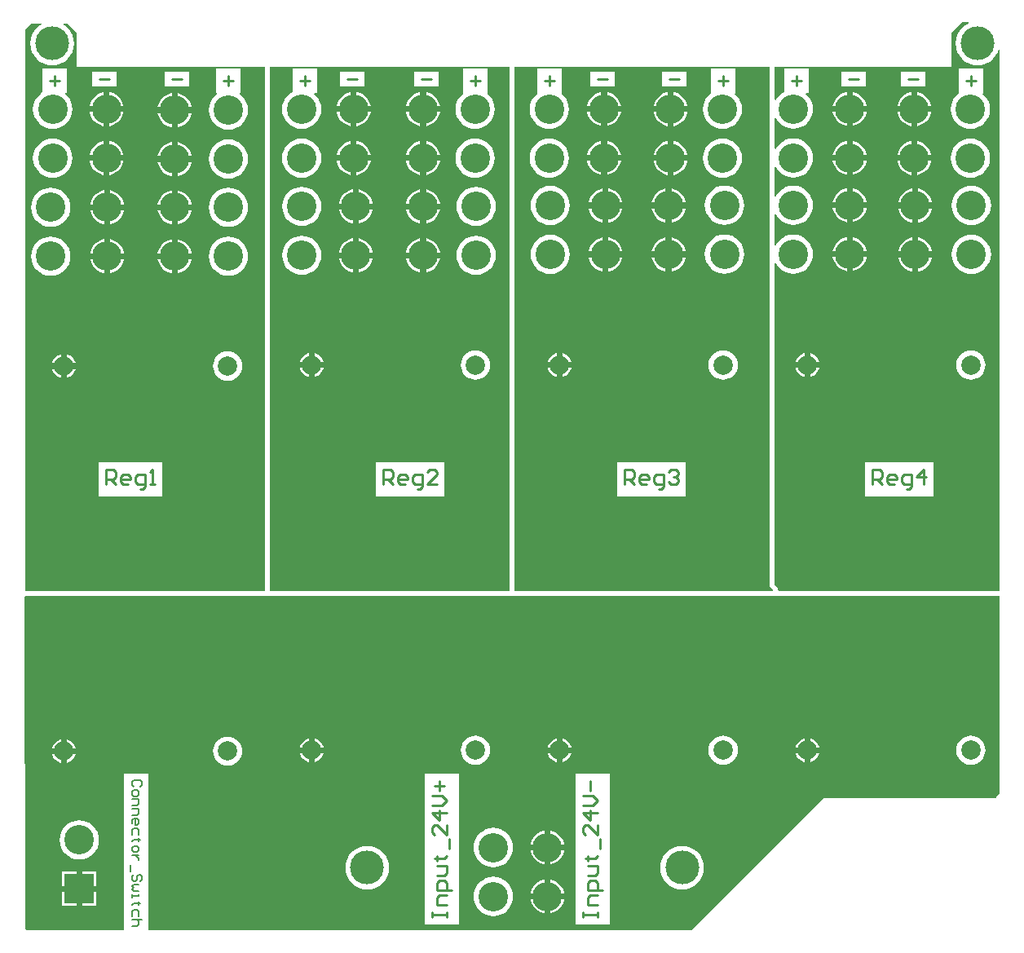
<source format=gtl>
G04 Layer_Physical_Order=1*
G04 Layer_Color=255*
%FSLAX24Y24*%
%MOIN*%
G70*
G01*
G75*
%ADD10C,0.0100*%
%ADD11C,0.0079*%
%ADD12R,0.1200X0.1200*%
%ADD13C,0.1200*%
%ADD14C,0.1378*%
%ADD15C,0.0787*%
G36*
X-15551Y41752D02*
Y41004D01*
Y39752D01*
Y39004D01*
Y37815D01*
Y37067D01*
Y35815D01*
Y35067D01*
X-15551Y35067D01*
X-15551D01*
Y21935D01*
X-15551Y21935D01*
X-15551Y21935D01*
Y21850D01*
X-15491Y21791D01*
X-15491Y21791D01*
X-15422Y21721D01*
X-15415Y21711D01*
X-15418Y21698D01*
X-15453Y21661D01*
X-25977D01*
Y43110D01*
X-15551D01*
Y41752D01*
D02*
G37*
G36*
X-7406Y44871D02*
X-7544Y44798D01*
X-7679Y44687D01*
X-7790Y44551D01*
X-7873Y44397D01*
X-7923Y44229D01*
X-7941Y44055D01*
X-7923Y43881D01*
X-7873Y43713D01*
X-7790Y43559D01*
X-7679Y43423D01*
X-7544Y43312D01*
X-7389Y43230D01*
X-7222Y43179D01*
X-7047Y43162D01*
X-6873Y43179D01*
X-6705Y43230D01*
X-6551Y43312D01*
X-6416Y43423D01*
X-6305Y43559D01*
X-6222Y43713D01*
X-6192Y43813D01*
X-6142Y43806D01*
Y21661D01*
X-15169D01*
X-15169Y21661D01*
X-15207Y21694D01*
X-15213Y21703D01*
X-15215Y21711D01*
X-15213Y21740D01*
X-15215Y21745D01*
Y21750D01*
X-15228Y21782D01*
X-15233Y21795D01*
X-15233Y21799D01*
X-15235Y21801D01*
X-15240Y21815D01*
X-15243Y21819D01*
X-15245Y21824D01*
X-15252Y21834D01*
X-15266Y21848D01*
X-15278Y21865D01*
X-15347Y21935D01*
X-15347Y21935D01*
Y35067D01*
X-15297Y35079D01*
X-15252Y34994D01*
X-15152Y34873D01*
X-15030Y34773D01*
X-14891Y34698D01*
X-14740Y34653D01*
X-14583Y34637D01*
X-14427Y34653D01*
X-14276Y34698D01*
X-14137Y34773D01*
X-14015Y34873D01*
X-13915Y34994D01*
X-13841Y35133D01*
X-13795Y35284D01*
X-13780Y35441D01*
X-13795Y35598D01*
X-13841Y35749D01*
X-13915Y35888D01*
X-14015Y36009D01*
X-14137Y36109D01*
X-14276Y36184D01*
X-14427Y36229D01*
X-14583Y36245D01*
X-14740Y36229D01*
X-14891Y36184D01*
X-15030Y36109D01*
X-15152Y36009D01*
X-15252Y35888D01*
X-15297Y35803D01*
X-15347Y35815D01*
Y37067D01*
X-15297Y37079D01*
X-15252Y36994D01*
X-15152Y36873D01*
X-15030Y36773D01*
X-14891Y36698D01*
X-14740Y36653D01*
X-14583Y36637D01*
X-14427Y36653D01*
X-14276Y36698D01*
X-14137Y36773D01*
X-14015Y36873D01*
X-13915Y36994D01*
X-13841Y37133D01*
X-13795Y37284D01*
X-13780Y37441D01*
X-13795Y37598D01*
X-13841Y37749D01*
X-13915Y37888D01*
X-14015Y38009D01*
X-14137Y38109D01*
X-14276Y38184D01*
X-14427Y38229D01*
X-14583Y38245D01*
X-14740Y38229D01*
X-14891Y38184D01*
X-15030Y38109D01*
X-15152Y38009D01*
X-15252Y37888D01*
X-15297Y37803D01*
X-15347Y37815D01*
Y39004D01*
X-15297Y39016D01*
X-15252Y38931D01*
X-15152Y38810D01*
X-15030Y38710D01*
X-14891Y38635D01*
X-14740Y38590D01*
X-14583Y38574D01*
X-14427Y38590D01*
X-14276Y38635D01*
X-14137Y38710D01*
X-14015Y38810D01*
X-13915Y38931D01*
X-13841Y39070D01*
X-13795Y39221D01*
X-13780Y39378D01*
X-13795Y39535D01*
X-13841Y39686D01*
X-13915Y39825D01*
X-14015Y39946D01*
X-14137Y40046D01*
X-14276Y40121D01*
X-14427Y40166D01*
X-14583Y40182D01*
X-14740Y40166D01*
X-14891Y40121D01*
X-15030Y40046D01*
X-15152Y39946D01*
X-15252Y39825D01*
X-15297Y39740D01*
X-15347Y39752D01*
Y41004D01*
X-15297Y41016D01*
X-15252Y40931D01*
X-15152Y40810D01*
X-15030Y40710D01*
X-14891Y40635D01*
X-14740Y40590D01*
X-14583Y40574D01*
X-14427Y40590D01*
X-14276Y40635D01*
X-14137Y40710D01*
X-14015Y40810D01*
X-13915Y40931D01*
X-13841Y41070D01*
X-13795Y41221D01*
X-13780Y41378D01*
X-13795Y41535D01*
X-13841Y41686D01*
X-13915Y41825D01*
X-14015Y41946D01*
X-14077Y41997D01*
X-14059Y42047D01*
X-13946D01*
Y43047D01*
X-14946D01*
Y42091D01*
X-15030Y42046D01*
X-15152Y41946D01*
X-15252Y41825D01*
X-15297Y41740D01*
X-15347Y41752D01*
Y43110D01*
X-8110D01*
Y44488D01*
X-7677Y44921D01*
X-7419D01*
X-7406Y44871D01*
D02*
G37*
G36*
X-26181Y21661D02*
X-35977D01*
Y43110D01*
X-26181D01*
Y21661D01*
D02*
G37*
G36*
X-6142Y13386D02*
X-6299Y13228D01*
Y13189D01*
X-13346D01*
X-18740Y7795D01*
X-40942D01*
Y14216D01*
X-41959D01*
Y7795D01*
X-45906D01*
X-45984Y7874D01*
X-46024Y21421D01*
X-45988Y21457D01*
X-6142D01*
Y13386D01*
D02*
G37*
G36*
X-43898Y44488D02*
Y43110D01*
X-36181D01*
Y21661D01*
X-45984D01*
Y44646D01*
X-45748Y44882D01*
X-45327D01*
X-45314Y44832D01*
X-45378Y44798D01*
X-45514Y44687D01*
X-45625Y44551D01*
X-45707Y44397D01*
X-45758Y44229D01*
X-45775Y44055D01*
X-45758Y43881D01*
X-45707Y43713D01*
X-45625Y43559D01*
X-45514Y43423D01*
X-45378Y43312D01*
X-45224Y43230D01*
X-45056Y43179D01*
X-44882Y43162D01*
X-44708Y43179D01*
X-44540Y43230D01*
X-44386Y43312D01*
X-44250Y43423D01*
X-44139Y43559D01*
X-44057Y43713D01*
X-44006Y43881D01*
X-43989Y44055D01*
X-44006Y44229D01*
X-44057Y44397D01*
X-44139Y44551D01*
X-44250Y44687D01*
X-44386Y44798D01*
X-44449Y44832D01*
X-44437Y44882D01*
X-44291D01*
X-43898Y44488D01*
D02*
G37*
%LPC*%
G36*
X-41955Y35242D02*
X-42526D01*
Y34671D01*
X-42509Y34672D01*
X-42377Y34712D01*
X-42256Y34777D01*
X-42149Y34865D01*
X-42062Y34971D01*
X-41997Y35093D01*
X-41957Y35225D01*
X-41955Y35242D01*
D02*
G37*
G36*
X-32600Y35274D02*
X-33172D01*
X-33170Y35256D01*
X-33130Y35125D01*
X-33065Y35003D01*
X-32978Y34896D01*
X-32871Y34809D01*
X-32749Y34744D01*
X-32618Y34704D01*
X-32600Y34702D01*
Y35274D01*
D02*
G37*
G36*
X-39190Y35234D02*
X-39762D01*
Y34663D01*
X-39745Y34664D01*
X-39613Y34704D01*
X-39491Y34769D01*
X-39385Y34857D01*
X-39297Y34964D01*
X-39232Y35085D01*
X-39192Y35217D01*
X-39190Y35234D01*
D02*
G37*
G36*
X-42766Y35242D02*
X-43338D01*
X-43336Y35225D01*
X-43296Y35093D01*
X-43231Y34971D01*
X-43144Y34865D01*
X-43037Y34777D01*
X-42916Y34712D01*
X-42784Y34672D01*
X-42766Y34671D01*
Y35242D01*
D02*
G37*
G36*
X-8915Y35313D02*
X-9486D01*
Y34741D01*
X-9469Y34743D01*
X-9337Y34783D01*
X-9216Y34848D01*
X-9109Y34936D01*
X-9021Y35042D01*
X-8956Y35164D01*
X-8916Y35296D01*
X-8915Y35313D01*
D02*
G37*
G36*
X-22387Y35313D02*
X-22959D01*
X-22957Y35296D01*
X-22917Y35164D01*
X-22852Y35042D01*
X-22764Y34936D01*
X-22658Y34848D01*
X-22536Y34783D01*
X-22404Y34743D01*
X-22387Y34741D01*
Y35313D01*
D02*
G37*
G36*
X-21575D02*
X-22147D01*
Y34741D01*
X-22130Y34743D01*
X-21998Y34783D01*
X-21876Y34848D01*
X-21770Y34936D01*
X-21682Y35042D01*
X-21617Y35164D01*
X-21577Y35296D01*
X-21575Y35313D01*
D02*
G37*
G36*
X-9726Y35313D02*
X-10298D01*
X-10296Y35296D01*
X-10256Y35164D01*
X-10191Y35042D01*
X-10104Y34936D01*
X-9997Y34848D01*
X-9875Y34783D01*
X-9744Y34743D01*
X-9726Y34741D01*
Y35313D01*
D02*
G37*
G36*
X-31789Y35274D02*
X-32360D01*
Y34702D01*
X-32343Y34704D01*
X-32211Y34744D01*
X-32090Y34809D01*
X-31983Y34896D01*
X-31895Y35003D01*
X-31830Y35125D01*
X-31790Y35256D01*
X-31789Y35274D01*
D02*
G37*
G36*
X-29844D02*
X-30416D01*
X-30414Y35256D01*
X-30374Y35125D01*
X-30309Y35003D01*
X-30222Y34896D01*
X-30115Y34809D01*
X-29994Y34744D01*
X-29862Y34704D01*
X-29844Y34702D01*
Y35274D01*
D02*
G37*
G36*
X-29033D02*
X-29604D01*
Y34702D01*
X-29587Y34704D01*
X-29455Y34744D01*
X-29334Y34809D01*
X-29227Y34896D01*
X-29140Y35003D01*
X-29075Y35125D01*
X-29035Y35256D01*
X-29033Y35274D01*
D02*
G37*
G36*
X-40002Y35234D02*
X-40573D01*
X-40572Y35217D01*
X-40532Y35085D01*
X-40467Y34964D01*
X-40379Y34857D01*
X-40273Y34769D01*
X-40151Y34704D01*
X-40019Y34664D01*
X-40002Y34663D01*
Y35234D01*
D02*
G37*
G36*
X-24027Y31388D02*
Y31026D01*
X-23665D01*
X-23666Y31034D01*
X-23716Y31154D01*
X-23795Y31258D01*
X-23898Y31337D01*
X-24018Y31386D01*
X-24027Y31388D01*
D02*
G37*
G36*
X-14136D02*
X-14145Y31386D01*
X-14265Y31337D01*
X-14368Y31258D01*
X-14447Y31154D01*
X-14497Y31034D01*
X-14498Y31026D01*
X-14136D01*
Y31388D01*
D02*
G37*
G36*
X-13896D02*
Y31026D01*
X-13534D01*
X-13535Y31034D01*
X-13585Y31154D01*
X-13664Y31258D01*
X-13767Y31337D01*
X-13887Y31386D01*
X-13896Y31388D01*
D02*
G37*
G36*
X-24267D02*
X-24276Y31386D01*
X-24396Y31337D01*
X-24499Y31258D01*
X-24578Y31154D01*
X-24628Y31034D01*
X-24629Y31026D01*
X-24267D01*
Y31388D01*
D02*
G37*
G36*
X-44289Y31348D02*
Y30986D01*
X-43927D01*
X-43928Y30995D01*
X-43978Y31115D01*
X-44057Y31218D01*
X-44160Y31297D01*
X-44281Y31347D01*
X-44289Y31348D01*
D02*
G37*
G36*
X-34398Y31388D02*
X-34407Y31386D01*
X-34527Y31337D01*
X-34630Y31258D01*
X-34709Y31154D01*
X-34759Y31034D01*
X-34760Y31026D01*
X-34398D01*
Y31388D01*
D02*
G37*
G36*
X-34158D02*
Y31026D01*
X-33796D01*
X-33797Y31034D01*
X-33847Y31154D01*
X-33926Y31258D01*
X-34029Y31337D01*
X-34149Y31386D01*
X-34158Y31388D01*
D02*
G37*
G36*
X-7306Y36237D02*
X-7463Y36221D01*
X-7614Y36176D01*
X-7753Y36101D01*
X-7875Y36001D01*
X-7975Y35880D01*
X-8049Y35741D01*
X-8095Y35590D01*
X-8110Y35433D01*
X-8095Y35276D01*
X-8049Y35125D01*
X-7975Y34986D01*
X-7875Y34865D01*
X-7753Y34765D01*
X-7614Y34690D01*
X-7463Y34645D01*
X-7306Y34629D01*
X-7149Y34645D01*
X-6999Y34690D01*
X-6860Y34765D01*
X-6738Y34865D01*
X-6638Y34986D01*
X-6564Y35125D01*
X-6518Y35276D01*
X-6502Y35433D01*
X-6518Y35590D01*
X-6564Y35741D01*
X-6638Y35880D01*
X-6738Y36001D01*
X-6860Y36101D01*
X-6999Y36176D01*
X-7149Y36221D01*
X-7306Y36237D01*
D02*
G37*
G36*
X-24528Y36237D02*
X-24684Y36221D01*
X-24835Y36176D01*
X-24974Y36101D01*
X-25096Y36001D01*
X-25196Y35880D01*
X-25270Y35741D01*
X-25316Y35590D01*
X-25331Y35433D01*
X-25316Y35276D01*
X-25270Y35125D01*
X-25196Y34986D01*
X-25096Y34865D01*
X-24974Y34765D01*
X-24835Y34690D01*
X-24684Y34645D01*
X-24528Y34629D01*
X-24371Y34645D01*
X-24220Y34690D01*
X-24081Y34765D01*
X-23959Y34865D01*
X-23859Y34986D01*
X-23785Y35125D01*
X-23739Y35276D01*
X-23724Y35433D01*
X-23739Y35590D01*
X-23785Y35741D01*
X-23859Y35880D01*
X-23959Y36001D01*
X-24081Y36101D01*
X-24220Y36176D01*
X-24371Y36221D01*
X-24528Y36237D01*
D02*
G37*
G36*
X-17402Y36245D02*
X-17558Y36229D01*
X-17709Y36184D01*
X-17848Y36109D01*
X-17970Y36009D01*
X-18070Y35888D01*
X-18144Y35749D01*
X-18190Y35598D01*
X-18205Y35441D01*
X-18190Y35284D01*
X-18144Y35133D01*
X-18070Y34994D01*
X-17970Y34873D01*
X-17848Y34773D01*
X-17709Y34698D01*
X-17558Y34653D01*
X-17402Y34637D01*
X-17245Y34653D01*
X-17094Y34698D01*
X-16955Y34773D01*
X-16833Y34873D01*
X-16733Y34994D01*
X-16659Y35133D01*
X-16613Y35284D01*
X-16598Y35441D01*
X-16613Y35598D01*
X-16659Y35749D01*
X-16733Y35888D01*
X-16833Y36009D01*
X-16955Y36109D01*
X-17094Y36184D01*
X-17245Y36229D01*
X-17402Y36245D01*
D02*
G37*
G36*
X-27559Y36198D02*
X-27716Y36182D01*
X-27867Y36136D01*
X-28006Y36062D01*
X-28127Y35962D01*
X-28227Y35840D01*
X-28302Y35701D01*
X-28347Y35551D01*
X-28363Y35394D01*
X-28347Y35237D01*
X-28302Y35086D01*
X-28227Y34947D01*
X-28127Y34825D01*
X-28006Y34725D01*
X-27867Y34651D01*
X-27716Y34605D01*
X-27559Y34590D01*
X-27402Y34605D01*
X-27251Y34651D01*
X-27112Y34725D01*
X-26991Y34825D01*
X-26891Y34947D01*
X-26816Y35086D01*
X-26771Y35237D01*
X-26755Y35394D01*
X-26771Y35551D01*
X-26816Y35701D01*
X-26891Y35840D01*
X-26991Y35962D01*
X-27112Y36062D01*
X-27251Y36136D01*
X-27402Y36182D01*
X-27559Y36198D01*
D02*
G37*
G36*
X-44946Y36158D02*
X-45103Y36143D01*
X-45254Y36097D01*
X-45393Y36023D01*
X-45515Y35923D01*
X-45615Y35801D01*
X-45689Y35662D01*
X-45735Y35511D01*
X-45750Y35354D01*
X-45735Y35198D01*
X-45689Y35047D01*
X-45615Y34908D01*
X-45515Y34786D01*
X-45393Y34686D01*
X-45254Y34612D01*
X-45103Y34566D01*
X-44946Y34550D01*
X-44790Y34566D01*
X-44639Y34612D01*
X-44500Y34686D01*
X-44378Y34786D01*
X-44278Y34908D01*
X-44204Y35047D01*
X-44158Y35198D01*
X-44143Y35354D01*
X-44158Y35511D01*
X-44204Y35662D01*
X-44278Y35801D01*
X-44378Y35923D01*
X-44500Y36023D01*
X-44639Y36097D01*
X-44790Y36143D01*
X-44946Y36158D01*
D02*
G37*
G36*
X-37682Y36158D02*
X-37839Y36143D01*
X-37990Y36097D01*
X-38128Y36023D01*
X-38250Y35923D01*
X-38350Y35801D01*
X-38425Y35662D01*
X-38470Y35511D01*
X-38486Y35354D01*
X-38470Y35198D01*
X-38425Y35047D01*
X-38350Y34908D01*
X-38250Y34786D01*
X-38128Y34686D01*
X-37990Y34612D01*
X-37839Y34566D01*
X-37682Y34550D01*
X-37525Y34566D01*
X-37374Y34612D01*
X-37235Y34686D01*
X-37113Y34786D01*
X-37013Y34908D01*
X-36939Y35047D01*
X-36893Y35198D01*
X-36878Y35354D01*
X-36893Y35511D01*
X-36939Y35662D01*
X-37013Y35801D01*
X-37113Y35923D01*
X-37235Y36023D01*
X-37374Y36097D01*
X-37525Y36143D01*
X-37682Y36158D01*
D02*
G37*
G36*
X-34680Y36198D02*
X-34837Y36182D01*
X-34988Y36136D01*
X-35127Y36062D01*
X-35249Y35962D01*
X-35349Y35840D01*
X-35423Y35701D01*
X-35469Y35551D01*
X-35484Y35394D01*
X-35469Y35237D01*
X-35423Y35086D01*
X-35349Y34947D01*
X-35249Y34825D01*
X-35127Y34725D01*
X-34988Y34651D01*
X-34837Y34605D01*
X-34680Y34590D01*
X-34523Y34605D01*
X-34373Y34651D01*
X-34234Y34725D01*
X-34112Y34825D01*
X-34012Y34947D01*
X-33938Y35086D01*
X-33892Y35237D01*
X-33876Y35394D01*
X-33892Y35551D01*
X-33938Y35701D01*
X-34012Y35840D01*
X-34112Y35962D01*
X-34234Y36062D01*
X-34373Y36136D01*
X-34523Y36182D01*
X-34680Y36198D01*
D02*
G37*
G36*
X-19805Y35313D02*
X-20377D01*
X-20375Y35296D01*
X-20335Y35164D01*
X-20270Y35042D01*
X-20182Y34936D01*
X-20076Y34848D01*
X-19954Y34783D01*
X-19822Y34743D01*
X-19805Y34741D01*
Y35313D01*
D02*
G37*
G36*
X-44946Y38158D02*
X-45103Y38143D01*
X-45254Y38097D01*
X-45393Y38023D01*
X-45515Y37923D01*
X-45615Y37801D01*
X-45689Y37662D01*
X-45735Y37511D01*
X-45750Y37354D01*
X-45735Y37197D01*
X-45689Y37047D01*
X-45615Y36908D01*
X-45515Y36786D01*
X-45393Y36686D01*
X-45254Y36612D01*
X-45103Y36566D01*
X-44946Y36550D01*
X-44790Y36566D01*
X-44639Y36612D01*
X-44500Y36686D01*
X-44378Y36786D01*
X-44278Y36908D01*
X-44204Y37047D01*
X-44158Y37197D01*
X-44143Y37354D01*
X-44158Y37511D01*
X-44204Y37662D01*
X-44278Y37801D01*
X-44378Y37923D01*
X-44500Y38023D01*
X-44639Y38097D01*
X-44790Y38143D01*
X-44946Y38158D01*
D02*
G37*
G36*
X-37682Y38158D02*
X-37839Y38143D01*
X-37990Y38097D01*
X-38128Y38023D01*
X-38250Y37923D01*
X-38350Y37801D01*
X-38425Y37662D01*
X-38470Y37511D01*
X-38486Y37354D01*
X-38470Y37197D01*
X-38425Y37047D01*
X-38350Y36908D01*
X-38250Y36786D01*
X-38128Y36686D01*
X-37990Y36612D01*
X-37839Y36566D01*
X-37682Y36550D01*
X-37525Y36566D01*
X-37374Y36612D01*
X-37235Y36686D01*
X-37113Y36786D01*
X-37013Y36908D01*
X-36939Y37047D01*
X-36893Y37197D01*
X-36878Y37354D01*
X-36893Y37511D01*
X-36939Y37662D01*
X-37013Y37801D01*
X-37113Y37923D01*
X-37235Y38023D01*
X-37374Y38097D01*
X-37525Y38143D01*
X-37682Y38158D01*
D02*
G37*
G36*
X-34680Y38198D02*
X-34837Y38182D01*
X-34988Y38136D01*
X-35127Y38062D01*
X-35249Y37962D01*
X-35349Y37840D01*
X-35423Y37701D01*
X-35469Y37551D01*
X-35484Y37394D01*
X-35469Y37237D01*
X-35423Y37086D01*
X-35349Y36947D01*
X-35249Y36825D01*
X-35127Y36725D01*
X-34988Y36651D01*
X-34837Y36605D01*
X-34680Y36590D01*
X-34523Y36605D01*
X-34373Y36651D01*
X-34234Y36725D01*
X-34112Y36825D01*
X-34012Y36947D01*
X-33938Y37086D01*
X-33892Y37237D01*
X-33876Y37394D01*
X-33892Y37551D01*
X-33938Y37701D01*
X-34012Y37840D01*
X-34112Y37962D01*
X-34234Y38062D01*
X-34373Y38136D01*
X-34523Y38182D01*
X-34680Y38198D01*
D02*
G37*
G36*
X-12163Y36133D02*
Y35561D01*
X-11592D01*
X-11594Y35578D01*
X-11634Y35710D01*
X-11699Y35832D01*
X-11786Y35938D01*
X-11893Y36026D01*
X-12014Y36091D01*
X-12146Y36131D01*
X-12163Y36133D01*
D02*
G37*
G36*
X-19805Y36125D02*
X-19822Y36123D01*
X-19954Y36083D01*
X-20076Y36018D01*
X-20182Y35930D01*
X-20270Y35824D01*
X-20335Y35702D01*
X-20375Y35570D01*
X-20377Y35553D01*
X-19805D01*
Y36125D01*
D02*
G37*
G36*
X-19565D02*
Y35553D01*
X-18993D01*
X-18995Y35570D01*
X-19035Y35702D01*
X-19100Y35824D01*
X-19188Y35930D01*
X-19294Y36018D01*
X-19416Y36083D01*
X-19548Y36123D01*
X-19565Y36125D01*
D02*
G37*
G36*
X-12403Y36133D02*
X-12421Y36131D01*
X-12553Y36091D01*
X-12674Y36026D01*
X-12781Y35938D01*
X-12868Y35832D01*
X-12933Y35710D01*
X-12973Y35578D01*
X-12975Y35561D01*
X-12403D01*
Y36133D01*
D02*
G37*
G36*
X-40002Y37234D02*
X-40573D01*
X-40572Y37217D01*
X-40532Y37085D01*
X-40467Y36964D01*
X-40379Y36857D01*
X-40273Y36769D01*
X-40151Y36704D01*
X-40019Y36664D01*
X-40002Y36663D01*
Y37234D01*
D02*
G37*
G36*
X-39190D02*
X-39762D01*
Y36663D01*
X-39745Y36664D01*
X-39613Y36704D01*
X-39491Y36769D01*
X-39385Y36857D01*
X-39297Y36964D01*
X-39232Y37085D01*
X-39192Y37217D01*
X-39190Y37234D01*
D02*
G37*
G36*
X-42766Y37242D02*
X-43338D01*
X-43336Y37225D01*
X-43296Y37093D01*
X-43231Y36971D01*
X-43144Y36865D01*
X-43037Y36777D01*
X-42916Y36712D01*
X-42784Y36672D01*
X-42766Y36671D01*
Y37242D01*
D02*
G37*
G36*
X-17402Y38245D02*
X-17558Y38229D01*
X-17709Y38184D01*
X-17848Y38109D01*
X-17970Y38009D01*
X-18070Y37888D01*
X-18144Y37749D01*
X-18190Y37598D01*
X-18205Y37441D01*
X-18190Y37284D01*
X-18144Y37133D01*
X-18070Y36994D01*
X-17970Y36873D01*
X-17848Y36773D01*
X-17709Y36698D01*
X-17558Y36653D01*
X-17402Y36637D01*
X-17245Y36653D01*
X-17094Y36698D01*
X-16955Y36773D01*
X-16833Y36873D01*
X-16733Y36994D01*
X-16659Y37133D01*
X-16613Y37284D01*
X-16598Y37441D01*
X-16613Y37598D01*
X-16659Y37749D01*
X-16733Y37888D01*
X-16833Y38009D01*
X-16955Y38109D01*
X-17094Y38184D01*
X-17245Y38229D01*
X-17402Y38245D01*
D02*
G37*
G36*
X-27559Y38198D02*
X-27716Y38182D01*
X-27867Y38136D01*
X-28006Y38062D01*
X-28127Y37962D01*
X-28227Y37840D01*
X-28302Y37701D01*
X-28347Y37551D01*
X-28363Y37394D01*
X-28347Y37237D01*
X-28302Y37086D01*
X-28227Y36947D01*
X-28127Y36825D01*
X-28006Y36725D01*
X-27867Y36651D01*
X-27716Y36605D01*
X-27559Y36590D01*
X-27402Y36605D01*
X-27251Y36651D01*
X-27112Y36725D01*
X-26991Y36825D01*
X-26891Y36947D01*
X-26816Y37086D01*
X-26771Y37237D01*
X-26755Y37394D01*
X-26771Y37551D01*
X-26816Y37701D01*
X-26891Y37840D01*
X-26991Y37962D01*
X-27112Y38062D01*
X-27251Y38136D01*
X-27402Y38182D01*
X-27559Y38198D01*
D02*
G37*
G36*
X-7306Y38237D02*
X-7463Y38221D01*
X-7614Y38176D01*
X-7753Y38101D01*
X-7875Y38001D01*
X-7975Y37880D01*
X-8049Y37741D01*
X-8095Y37590D01*
X-8110Y37433D01*
X-8095Y37276D01*
X-8049Y37125D01*
X-7975Y36986D01*
X-7875Y36865D01*
X-7753Y36765D01*
X-7614Y36690D01*
X-7463Y36645D01*
X-7306Y36629D01*
X-7149Y36645D01*
X-6999Y36690D01*
X-6860Y36765D01*
X-6738Y36865D01*
X-6638Y36986D01*
X-6564Y37125D01*
X-6518Y37276D01*
X-6502Y37433D01*
X-6518Y37590D01*
X-6564Y37741D01*
X-6638Y37880D01*
X-6738Y38001D01*
X-6860Y38101D01*
X-6999Y38176D01*
X-7149Y38221D01*
X-7306Y38237D01*
D02*
G37*
G36*
X-24528Y38237D02*
X-24684Y38221D01*
X-24835Y38176D01*
X-24974Y38101D01*
X-25096Y38001D01*
X-25196Y37880D01*
X-25270Y37741D01*
X-25316Y37590D01*
X-25331Y37433D01*
X-25316Y37276D01*
X-25270Y37125D01*
X-25196Y36986D01*
X-25096Y36865D01*
X-24974Y36765D01*
X-24835Y36690D01*
X-24684Y36645D01*
X-24528Y36629D01*
X-24371Y36645D01*
X-24220Y36690D01*
X-24081Y36765D01*
X-23959Y36865D01*
X-23859Y36986D01*
X-23785Y37125D01*
X-23739Y37276D01*
X-23724Y37433D01*
X-23739Y37590D01*
X-23785Y37741D01*
X-23859Y37880D01*
X-23959Y38001D01*
X-24081Y38101D01*
X-24220Y38176D01*
X-24371Y38221D01*
X-24528Y38237D01*
D02*
G37*
G36*
X-22147Y36125D02*
Y35553D01*
X-21575D01*
X-21577Y35570D01*
X-21617Y35702D01*
X-21682Y35824D01*
X-21770Y35930D01*
X-21876Y36018D01*
X-21998Y36083D01*
X-22130Y36123D01*
X-22147Y36125D01*
D02*
G37*
G36*
X-39762Y36046D02*
Y35474D01*
X-39190D01*
X-39192Y35492D01*
X-39232Y35624D01*
X-39297Y35745D01*
X-39385Y35852D01*
X-39491Y35939D01*
X-39613Y36004D01*
X-39745Y36044D01*
X-39762Y36046D01*
D02*
G37*
G36*
X-42766Y36054D02*
X-42784Y36052D01*
X-42916Y36012D01*
X-43037Y35947D01*
X-43144Y35860D01*
X-43231Y35753D01*
X-43296Y35631D01*
X-43336Y35499D01*
X-43338Y35482D01*
X-42766D01*
Y36054D01*
D02*
G37*
G36*
X-42526D02*
Y35482D01*
X-41955D01*
X-41957Y35499D01*
X-41997Y35631D01*
X-42062Y35753D01*
X-42149Y35860D01*
X-42256Y35947D01*
X-42377Y36012D01*
X-42509Y36052D01*
X-42526Y36054D01*
D02*
G37*
G36*
X-40002Y36046D02*
X-40019Y36044D01*
X-40151Y36004D01*
X-40273Y35939D01*
X-40379Y35852D01*
X-40467Y35745D01*
X-40532Y35624D01*
X-40572Y35492D01*
X-40573Y35474D01*
X-40002D01*
Y36046D01*
D02*
G37*
G36*
X-18993Y35313D02*
X-19565D01*
Y34741D01*
X-19548Y34743D01*
X-19416Y34783D01*
X-19294Y34848D01*
X-19188Y34936D01*
X-19100Y35042D01*
X-19035Y35164D01*
X-18995Y35296D01*
X-18993Y35313D01*
D02*
G37*
G36*
X-12403Y35321D02*
X-12975D01*
X-12973Y35304D01*
X-12933Y35172D01*
X-12868Y35050D01*
X-12781Y34944D01*
X-12674Y34856D01*
X-12553Y34791D01*
X-12421Y34751D01*
X-12403Y34749D01*
Y35321D01*
D02*
G37*
G36*
X-11592D02*
X-12163D01*
Y34749D01*
X-12146Y34751D01*
X-12014Y34791D01*
X-11893Y34856D01*
X-11786Y34944D01*
X-11699Y35050D01*
X-11634Y35172D01*
X-11594Y35304D01*
X-11592Y35321D01*
D02*
G37*
G36*
X-9726Y36125D02*
X-9744Y36123D01*
X-9875Y36083D01*
X-9997Y36018D01*
X-10104Y35930D01*
X-10191Y35824D01*
X-10256Y35702D01*
X-10296Y35570D01*
X-10298Y35553D01*
X-9726D01*
Y36125D01*
D02*
G37*
G36*
X-9486D02*
Y35553D01*
X-8915D01*
X-8916Y35570D01*
X-8956Y35702D01*
X-9021Y35824D01*
X-9109Y35930D01*
X-9216Y36018D01*
X-9337Y36083D01*
X-9469Y36123D01*
X-9486Y36125D01*
D02*
G37*
G36*
X-22387Y36125D02*
X-22404Y36123D01*
X-22536Y36083D01*
X-22658Y36018D01*
X-22764Y35930D01*
X-22852Y35824D01*
X-22917Y35702D01*
X-22957Y35570D01*
X-22959Y35553D01*
X-22387D01*
Y36125D01*
D02*
G37*
G36*
X-29604Y36085D02*
Y35514D01*
X-29033D01*
X-29035Y35531D01*
X-29075Y35663D01*
X-29140Y35784D01*
X-29227Y35891D01*
X-29334Y35979D01*
X-29455Y36044D01*
X-29587Y36084D01*
X-29604Y36085D01*
D02*
G37*
G36*
X-32600D02*
X-32618Y36084D01*
X-32749Y36044D01*
X-32871Y35979D01*
X-32978Y35891D01*
X-33065Y35784D01*
X-33130Y35663D01*
X-33170Y35531D01*
X-33172Y35514D01*
X-32600D01*
Y36085D01*
D02*
G37*
G36*
X-32360D02*
Y35514D01*
X-31789D01*
X-31790Y35531D01*
X-31830Y35663D01*
X-31895Y35784D01*
X-31983Y35891D01*
X-32090Y35979D01*
X-32211Y36044D01*
X-32343Y36084D01*
X-32360Y36085D01*
D02*
G37*
G36*
X-29844D02*
X-29862Y36084D01*
X-29994Y36044D01*
X-30115Y35979D01*
X-30222Y35891D01*
X-30309Y35784D01*
X-30374Y35663D01*
X-30414Y35531D01*
X-30416Y35514D01*
X-29844D01*
Y36085D01*
D02*
G37*
G36*
X-24526Y11873D02*
Y11301D01*
X-23954D01*
X-23956Y11318D01*
X-23996Y11450D01*
X-24061Y11572D01*
X-24148Y11678D01*
X-24255Y11766D01*
X-24376Y11831D01*
X-24508Y11871D01*
X-24526Y11873D01*
D02*
G37*
G36*
X-37717Y15715D02*
X-37833Y15703D01*
X-37945Y15669D01*
X-38048Y15614D01*
X-38138Y15540D01*
X-38213Y15450D01*
X-38268Y15346D01*
X-38302Y15235D01*
X-38313Y15118D01*
X-38302Y15002D01*
X-38268Y14890D01*
X-38213Y14787D01*
X-38138Y14696D01*
X-38048Y14622D01*
X-37945Y14567D01*
X-37833Y14533D01*
X-37717Y14522D01*
X-37600Y14533D01*
X-37488Y14567D01*
X-37385Y14622D01*
X-37295Y14696D01*
X-37220Y14787D01*
X-37165Y14890D01*
X-37131Y15002D01*
X-37120Y15118D01*
X-37131Y15235D01*
X-37165Y15346D01*
X-37220Y15450D01*
X-37295Y15540D01*
X-37385Y15614D01*
X-37488Y15669D01*
X-37600Y15703D01*
X-37717Y15715D01*
D02*
G37*
G36*
X-27585Y15754D02*
X-27702Y15743D01*
X-27814Y15709D01*
X-27917Y15654D01*
X-28007Y15579D01*
X-28081Y15489D01*
X-28136Y15386D01*
X-28170Y15274D01*
X-28182Y15157D01*
X-28170Y15041D01*
X-28136Y14929D01*
X-28081Y14826D01*
X-28007Y14736D01*
X-27917Y14661D01*
X-27814Y14606D01*
X-27702Y14572D01*
X-27585Y14561D01*
X-27469Y14572D01*
X-27357Y14606D01*
X-27254Y14661D01*
X-27163Y14736D01*
X-27089Y14826D01*
X-27034Y14929D01*
X-27000Y15041D01*
X-26989Y15157D01*
X-27000Y15274D01*
X-27034Y15386D01*
X-27089Y15489D01*
X-27163Y15579D01*
X-27254Y15654D01*
X-27357Y15709D01*
X-27469Y15743D01*
X-27585Y15754D01*
D02*
G37*
G36*
X-24766Y11873D02*
X-24783Y11871D01*
X-24915Y11831D01*
X-25036Y11766D01*
X-25143Y11678D01*
X-25231Y11572D01*
X-25296Y11450D01*
X-25336Y11318D01*
X-25337Y11301D01*
X-24766D01*
Y11873D01*
D02*
G37*
G36*
Y11061D02*
X-25337D01*
X-25336Y11044D01*
X-25296Y10912D01*
X-25231Y10790D01*
X-25143Y10684D01*
X-25036Y10596D01*
X-24915Y10531D01*
X-24783Y10491D01*
X-24766Y10490D01*
Y11061D01*
D02*
G37*
G36*
X-23954D02*
X-24526D01*
Y10490D01*
X-24508Y10491D01*
X-24376Y10531D01*
X-24255Y10596D01*
X-24148Y10684D01*
X-24061Y10790D01*
X-23996Y10912D01*
X-23956Y11044D01*
X-23954Y11061D01*
D02*
G37*
G36*
X-43780Y12292D02*
X-43936Y12277D01*
X-44087Y12231D01*
X-44226Y12157D01*
X-44348Y12057D01*
X-44448Y11935D01*
X-44522Y11796D01*
X-44568Y11645D01*
X-44583Y11488D01*
X-44568Y11331D01*
X-44522Y11181D01*
X-44448Y11042D01*
X-44348Y10920D01*
X-44226Y10820D01*
X-44087Y10746D01*
X-43936Y10700D01*
X-43780Y10684D01*
X-43623Y10700D01*
X-43472Y10746D01*
X-43333Y10820D01*
X-43211Y10920D01*
X-43111Y11042D01*
X-43037Y11181D01*
X-42991Y11331D01*
X-42976Y11488D01*
X-42991Y11645D01*
X-43037Y11796D01*
X-43111Y11935D01*
X-43211Y12057D01*
X-43333Y12157D01*
X-43472Y12231D01*
X-43623Y12277D01*
X-43780Y12292D01*
D02*
G37*
G36*
X-34398Y15037D02*
X-34760D01*
X-34759Y15029D01*
X-34709Y14908D01*
X-34630Y14805D01*
X-34527Y14726D01*
X-34407Y14676D01*
X-34398Y14675D01*
Y15037D01*
D02*
G37*
G36*
X-33796D02*
X-34158D01*
Y14675D01*
X-34149Y14676D01*
X-34029Y14726D01*
X-33926Y14805D01*
X-33847Y14908D01*
X-33797Y15029D01*
X-33796Y15037D01*
D02*
G37*
G36*
X-24267D02*
X-24629D01*
X-24628Y15029D01*
X-24578Y14908D01*
X-24499Y14805D01*
X-24396Y14726D01*
X-24276Y14676D01*
X-24267Y14675D01*
Y15037D01*
D02*
G37*
G36*
X-43927Y14998D02*
X-44289D01*
Y14636D01*
X-44281Y14637D01*
X-44160Y14687D01*
X-44057Y14766D01*
X-43978Y14869D01*
X-43928Y14989D01*
X-43927Y14998D01*
D02*
G37*
G36*
X-17454Y15754D02*
X-17570Y15743D01*
X-17682Y15709D01*
X-17786Y15654D01*
X-17876Y15579D01*
X-17950Y15489D01*
X-18005Y15386D01*
X-18039Y15274D01*
X-18051Y15157D01*
X-18039Y15041D01*
X-18005Y14929D01*
X-17950Y14826D01*
X-17876Y14736D01*
X-17786Y14661D01*
X-17682Y14606D01*
X-17570Y14572D01*
X-17454Y14561D01*
X-17338Y14572D01*
X-17226Y14606D01*
X-17123Y14661D01*
X-17032Y14736D01*
X-16958Y14826D01*
X-16903Y14929D01*
X-16869Y15041D01*
X-16857Y15157D01*
X-16869Y15274D01*
X-16903Y15386D01*
X-16958Y15489D01*
X-17032Y15579D01*
X-17123Y15654D01*
X-17226Y15709D01*
X-17338Y15743D01*
X-17454Y15754D01*
D02*
G37*
G36*
X-7323D02*
X-7439Y15743D01*
X-7551Y15709D01*
X-7654Y15654D01*
X-7745Y15579D01*
X-7819Y15489D01*
X-7874Y15386D01*
X-7908Y15274D01*
X-7919Y15157D01*
X-7908Y15041D01*
X-7874Y14929D01*
X-7819Y14826D01*
X-7745Y14736D01*
X-7654Y14661D01*
X-7551Y14606D01*
X-7439Y14572D01*
X-7323Y14561D01*
X-7206Y14572D01*
X-7095Y14606D01*
X-6991Y14661D01*
X-6901Y14736D01*
X-6827Y14826D01*
X-6772Y14929D01*
X-6738Y15041D01*
X-6726Y15157D01*
X-6738Y15274D01*
X-6772Y15386D01*
X-6827Y15489D01*
X-6901Y15579D01*
X-6991Y15654D01*
X-7095Y15709D01*
X-7206Y15743D01*
X-7323Y15754D01*
D02*
G37*
G36*
X-44529Y14998D02*
X-44892D01*
X-44890Y14989D01*
X-44841Y14869D01*
X-44762Y14766D01*
X-44658Y14687D01*
X-44538Y14637D01*
X-44529Y14636D01*
Y14998D01*
D02*
G37*
G36*
X-23954Y9061D02*
X-24526D01*
Y8490D01*
X-24508Y8491D01*
X-24376Y8531D01*
X-24255Y8596D01*
X-24148Y8684D01*
X-24061Y8790D01*
X-23996Y8912D01*
X-23956Y9044D01*
X-23954Y9061D01*
D02*
G37*
G36*
X-43900Y9368D02*
X-44480D01*
Y8788D01*
X-43900D01*
Y9368D01*
D02*
G37*
G36*
X-43080D02*
X-43660D01*
Y8788D01*
X-43080D01*
Y9368D01*
D02*
G37*
G36*
X-24766Y9061D02*
X-25337D01*
X-25336Y9044D01*
X-25296Y8912D01*
X-25231Y8790D01*
X-25143Y8684D01*
X-25036Y8596D01*
X-24915Y8531D01*
X-24783Y8491D01*
X-24766Y8490D01*
Y9061D01*
D02*
G37*
G36*
X-28240Y14216D02*
X-29640D01*
Y8018D01*
X-28240D01*
Y14216D01*
D02*
G37*
G36*
X-22098D02*
X-23498D01*
Y8018D01*
X-22098D01*
Y14216D01*
D02*
G37*
G36*
X-26850Y9985D02*
X-27007Y9970D01*
X-27158Y9924D01*
X-27297Y9849D01*
X-27419Y9750D01*
X-27519Y9628D01*
X-27593Y9489D01*
X-27639Y9338D01*
X-27654Y9181D01*
X-27639Y9024D01*
X-27593Y8873D01*
X-27519Y8734D01*
X-27419Y8613D01*
X-27297Y8513D01*
X-27158Y8438D01*
X-27007Y8393D01*
X-26850Y8377D01*
X-26694Y8393D01*
X-26543Y8438D01*
X-26404Y8513D01*
X-26282Y8613D01*
X-26182Y8734D01*
X-26108Y8873D01*
X-26062Y9024D01*
X-26047Y9181D01*
X-26062Y9338D01*
X-26108Y9489D01*
X-26182Y9628D01*
X-26282Y9750D01*
X-26404Y9849D01*
X-26543Y9924D01*
X-26694Y9970D01*
X-26850Y9985D01*
D02*
G37*
G36*
X-43900Y10188D02*
X-44480D01*
Y9608D01*
X-43900D01*
Y10188D01*
D02*
G37*
G36*
X-43080D02*
X-43660D01*
Y9608D01*
X-43080D01*
Y10188D01*
D02*
G37*
G36*
X-26850Y11985D02*
X-27007Y11970D01*
X-27158Y11924D01*
X-27297Y11849D01*
X-27419Y11750D01*
X-27519Y11628D01*
X-27593Y11489D01*
X-27639Y11338D01*
X-27654Y11181D01*
X-27639Y11024D01*
X-27593Y10873D01*
X-27519Y10734D01*
X-27419Y10613D01*
X-27297Y10513D01*
X-27158Y10438D01*
X-27007Y10393D01*
X-26850Y10377D01*
X-26694Y10393D01*
X-26543Y10438D01*
X-26404Y10513D01*
X-26282Y10613D01*
X-26182Y10734D01*
X-26108Y10873D01*
X-26062Y11024D01*
X-26047Y11181D01*
X-26062Y11338D01*
X-26108Y11489D01*
X-26182Y11628D01*
X-26282Y11750D01*
X-26404Y11849D01*
X-26543Y11924D01*
X-26694Y11970D01*
X-26850Y11985D01*
D02*
G37*
G36*
X-19134Y11248D02*
X-19308Y11230D01*
X-19476Y11180D01*
X-19630Y11097D01*
X-19765Y10986D01*
X-19877Y10851D01*
X-19959Y10696D01*
X-20010Y10529D01*
X-20027Y10354D01*
X-20010Y10180D01*
X-19959Y10012D01*
X-19877Y9858D01*
X-19765Y9723D01*
X-19630Y9612D01*
X-19476Y9529D01*
X-19308Y9478D01*
X-19134Y9461D01*
X-18960Y9478D01*
X-18792Y9529D01*
X-18638Y9612D01*
X-18502Y9723D01*
X-18391Y9858D01*
X-18309Y10012D01*
X-18258Y10180D01*
X-18241Y10354D01*
X-18258Y10529D01*
X-18309Y10696D01*
X-18391Y10851D01*
X-18502Y10986D01*
X-18638Y11097D01*
X-18792Y11180D01*
X-18960Y11230D01*
X-19134Y11248D01*
D02*
G37*
G36*
X-24766Y9873D02*
X-24783Y9871D01*
X-24915Y9831D01*
X-25036Y9766D01*
X-25143Y9678D01*
X-25231Y9572D01*
X-25296Y9450D01*
X-25336Y9318D01*
X-25337Y9301D01*
X-24766D01*
Y9873D01*
D02*
G37*
G36*
X-24526D02*
Y9301D01*
X-23954D01*
X-23956Y9318D01*
X-23996Y9450D01*
X-24061Y9572D01*
X-24148Y9678D01*
X-24255Y9766D01*
X-24376Y9831D01*
X-24508Y9871D01*
X-24526Y9873D01*
D02*
G37*
G36*
X-32008Y11248D02*
X-32182Y11230D01*
X-32350Y11180D01*
X-32504Y11097D01*
X-32640Y10986D01*
X-32751Y10851D01*
X-32833Y10696D01*
X-32884Y10529D01*
X-32901Y10354D01*
X-32884Y10180D01*
X-32833Y10012D01*
X-32751Y9858D01*
X-32640Y9723D01*
X-32504Y9612D01*
X-32350Y9529D01*
X-32182Y9478D01*
X-32008Y9461D01*
X-31834Y9478D01*
X-31666Y9529D01*
X-31512Y9612D01*
X-31376Y9723D01*
X-31265Y9858D01*
X-31183Y10012D01*
X-31132Y10180D01*
X-31115Y10354D01*
X-31132Y10529D01*
X-31183Y10696D01*
X-31265Y10851D01*
X-31376Y10986D01*
X-31512Y11097D01*
X-31666Y11180D01*
X-31834Y11230D01*
X-32008Y11248D01*
D02*
G37*
G36*
X-7323Y31502D02*
X-7439Y31491D01*
X-7551Y31457D01*
X-7654Y31402D01*
X-7745Y31327D01*
X-7819Y31237D01*
X-7874Y31134D01*
X-7908Y31022D01*
X-7919Y30906D01*
X-7908Y30789D01*
X-7874Y30677D01*
X-7819Y30574D01*
X-7745Y30484D01*
X-7654Y30409D01*
X-7551Y30354D01*
X-7439Y30320D01*
X-7323Y30309D01*
X-7206Y30320D01*
X-7095Y30354D01*
X-6991Y30409D01*
X-6901Y30484D01*
X-6827Y30574D01*
X-6772Y30677D01*
X-6738Y30789D01*
X-6726Y30906D01*
X-6738Y31022D01*
X-6772Y31134D01*
X-6827Y31237D01*
X-6901Y31327D01*
X-6991Y31402D01*
X-7095Y31457D01*
X-7206Y31491D01*
X-7323Y31502D01*
D02*
G37*
G36*
X-44529Y30746D02*
X-44892D01*
X-44890Y30737D01*
X-44841Y30617D01*
X-44762Y30514D01*
X-44658Y30435D01*
X-44538Y30385D01*
X-44529Y30384D01*
Y30746D01*
D02*
G37*
G36*
X-43927D02*
X-44289D01*
Y30384D01*
X-44281Y30385D01*
X-44160Y30435D01*
X-44057Y30514D01*
X-43978Y30617D01*
X-43928Y30737D01*
X-43927Y30746D01*
D02*
G37*
G36*
X-17454Y31502D02*
X-17570Y31491D01*
X-17682Y31457D01*
X-17786Y31402D01*
X-17876Y31327D01*
X-17950Y31237D01*
X-18005Y31134D01*
X-18039Y31022D01*
X-18051Y30906D01*
X-18039Y30789D01*
X-18005Y30677D01*
X-17950Y30574D01*
X-17876Y30484D01*
X-17786Y30409D01*
X-17682Y30354D01*
X-17570Y30320D01*
X-17454Y30309D01*
X-17338Y30320D01*
X-17226Y30354D01*
X-17123Y30409D01*
X-17032Y30484D01*
X-16958Y30574D01*
X-16903Y30677D01*
X-16869Y30789D01*
X-16857Y30906D01*
X-16869Y31022D01*
X-16903Y31134D01*
X-16958Y31237D01*
X-17032Y31327D01*
X-17123Y31402D01*
X-17226Y31457D01*
X-17338Y31491D01*
X-17454Y31502D01*
D02*
G37*
G36*
X-8839Y26923D02*
X-11639D01*
Y25524D01*
X-8839D01*
Y26923D01*
D02*
G37*
G36*
X-37717Y31463D02*
X-37833Y31451D01*
X-37945Y31417D01*
X-38048Y31362D01*
X-38138Y31288D01*
X-38213Y31198D01*
X-38268Y31094D01*
X-38302Y30983D01*
X-38313Y30866D01*
X-38302Y30750D01*
X-38268Y30638D01*
X-38213Y30535D01*
X-38138Y30444D01*
X-38048Y30370D01*
X-37945Y30315D01*
X-37833Y30281D01*
X-37717Y30270D01*
X-37600Y30281D01*
X-37488Y30315D01*
X-37385Y30370D01*
X-37295Y30444D01*
X-37220Y30535D01*
X-37165Y30638D01*
X-37131Y30750D01*
X-37120Y30866D01*
X-37131Y30983D01*
X-37165Y31094D01*
X-37220Y31198D01*
X-37295Y31288D01*
X-37385Y31362D01*
X-37488Y31417D01*
X-37600Y31451D01*
X-37717Y31463D01*
D02*
G37*
G36*
X-27585Y31502D02*
X-27702Y31491D01*
X-27814Y31457D01*
X-27917Y31402D01*
X-28007Y31327D01*
X-28081Y31237D01*
X-28136Y31134D01*
X-28170Y31022D01*
X-28182Y30906D01*
X-28170Y30789D01*
X-28136Y30677D01*
X-28081Y30574D01*
X-28007Y30484D01*
X-27917Y30409D01*
X-27814Y30354D01*
X-27702Y30320D01*
X-27585Y30309D01*
X-27469Y30320D01*
X-27357Y30354D01*
X-27254Y30409D01*
X-27163Y30484D01*
X-27089Y30574D01*
X-27034Y30677D01*
X-27000Y30789D01*
X-26989Y30906D01*
X-27000Y31022D01*
X-27034Y31134D01*
X-27089Y31237D01*
X-27163Y31327D01*
X-27254Y31402D01*
X-27357Y31457D01*
X-27469Y31491D01*
X-27585Y31502D01*
D02*
G37*
G36*
X-14136Y30786D02*
X-14498D01*
X-14497Y30777D01*
X-14447Y30657D01*
X-14368Y30553D01*
X-14265Y30474D01*
X-14145Y30425D01*
X-14136Y30423D01*
Y30786D01*
D02*
G37*
G36*
X-13534D02*
X-13896D01*
Y30423D01*
X-13887Y30425D01*
X-13767Y30474D01*
X-13664Y30553D01*
X-13585Y30657D01*
X-13535Y30777D01*
X-13534Y30786D01*
D02*
G37*
G36*
X-44529Y31348D02*
X-44538Y31347D01*
X-44658Y31297D01*
X-44762Y31218D01*
X-44841Y31115D01*
X-44890Y30995D01*
X-44892Y30986D01*
X-44529D01*
Y31348D01*
D02*
G37*
G36*
X-23665Y30786D02*
X-24027D01*
Y30423D01*
X-24018Y30425D01*
X-23898Y30474D01*
X-23795Y30553D01*
X-23716Y30657D01*
X-23666Y30777D01*
X-23665Y30786D01*
D02*
G37*
G36*
X-34398D02*
X-34760D01*
X-34759Y30777D01*
X-34709Y30657D01*
X-34630Y30553D01*
X-34527Y30474D01*
X-34407Y30425D01*
X-34398Y30423D01*
Y30786D01*
D02*
G37*
G36*
X-33796D02*
X-34158D01*
Y30423D01*
X-34149Y30425D01*
X-34029Y30474D01*
X-33926Y30553D01*
X-33847Y30657D01*
X-33797Y30777D01*
X-33796Y30786D01*
D02*
G37*
G36*
X-24267D02*
X-24629D01*
X-24628Y30777D01*
X-24578Y30657D01*
X-24499Y30553D01*
X-24396Y30474D01*
X-24276Y30425D01*
X-24267Y30423D01*
Y30786D01*
D02*
G37*
G36*
X-44289Y15600D02*
Y15238D01*
X-43927D01*
X-43928Y15247D01*
X-43978Y15367D01*
X-44057Y15470D01*
X-44160Y15549D01*
X-44281Y15599D01*
X-44289Y15600D01*
D02*
G37*
G36*
X-34398Y15640D02*
X-34407Y15638D01*
X-34527Y15589D01*
X-34630Y15510D01*
X-34709Y15406D01*
X-34759Y15286D01*
X-34760Y15277D01*
X-34398D01*
Y15640D01*
D02*
G37*
G36*
X-34158D02*
Y15277D01*
X-33796D01*
X-33797Y15286D01*
X-33847Y15406D01*
X-33926Y15510D01*
X-34029Y15589D01*
X-34149Y15638D01*
X-34158Y15640D01*
D02*
G37*
G36*
X-44529Y15600D02*
X-44538Y15599D01*
X-44658Y15549D01*
X-44762Y15470D01*
X-44841Y15367D01*
X-44890Y15247D01*
X-44892Y15238D01*
X-44529D01*
Y15600D01*
D02*
G37*
G36*
X-23665Y15037D02*
X-24027D01*
Y14675D01*
X-24018Y14676D01*
X-23898Y14726D01*
X-23795Y14805D01*
X-23716Y14908D01*
X-23666Y15029D01*
X-23665Y15037D01*
D02*
G37*
G36*
X-14136D02*
X-14498D01*
X-14497Y15029D01*
X-14447Y14908D01*
X-14368Y14805D01*
X-14265Y14726D01*
X-14145Y14676D01*
X-14136Y14675D01*
Y15037D01*
D02*
G37*
G36*
X-13534D02*
X-13896D01*
Y14675D01*
X-13887Y14676D01*
X-13767Y14726D01*
X-13664Y14805D01*
X-13585Y14908D01*
X-13535Y15029D01*
X-13534Y15037D01*
D02*
G37*
G36*
X-40378Y26923D02*
X-42977D01*
Y25524D01*
X-40378D01*
Y26923D01*
D02*
G37*
G36*
X-28839D02*
X-31639D01*
Y25524D01*
X-28839D01*
Y26923D01*
D02*
G37*
G36*
X-18997D02*
X-21796D01*
Y25524D01*
X-18997D01*
Y26923D01*
D02*
G37*
G36*
X-13896Y15640D02*
Y15277D01*
X-13534D01*
X-13535Y15286D01*
X-13585Y15406D01*
X-13664Y15510D01*
X-13767Y15589D01*
X-13887Y15638D01*
X-13896Y15640D01*
D02*
G37*
G36*
X-24267D02*
X-24276Y15638D01*
X-24396Y15589D01*
X-24499Y15510D01*
X-24578Y15406D01*
X-24628Y15286D01*
X-24629Y15277D01*
X-24267D01*
Y15640D01*
D02*
G37*
G36*
X-24027D02*
Y15277D01*
X-23665D01*
X-23666Y15286D01*
X-23716Y15406D01*
X-23795Y15510D01*
X-23898Y15589D01*
X-24018Y15638D01*
X-24027Y15640D01*
D02*
G37*
G36*
X-14136D02*
X-14145Y15638D01*
X-14265Y15589D01*
X-14368Y15510D01*
X-14447Y15406D01*
X-14497Y15286D01*
X-14498Y15277D01*
X-14136D01*
Y15640D01*
D02*
G37*
G36*
X-42788Y41250D02*
X-43359D01*
X-43358Y41233D01*
X-43318Y41101D01*
X-43253Y40979D01*
X-43165Y40873D01*
X-43059Y40785D01*
X-42937Y40720D01*
X-42805Y40680D01*
X-42788Y40679D01*
Y41250D01*
D02*
G37*
G36*
X-41976D02*
X-42548D01*
Y40679D01*
X-42530Y40680D01*
X-42399Y40720D01*
X-42277Y40785D01*
X-42170Y40873D01*
X-42083Y40979D01*
X-42018Y41101D01*
X-41978Y41233D01*
X-41976Y41250D01*
D02*
G37*
G36*
X-32679D02*
X-33251D01*
X-33249Y41233D01*
X-33209Y41101D01*
X-33144Y40979D01*
X-33056Y40873D01*
X-32950Y40785D01*
X-32828Y40720D01*
X-32696Y40680D01*
X-32679Y40679D01*
Y41250D01*
D02*
G37*
G36*
X-39190Y41211D02*
X-39762D01*
Y40639D01*
X-39745Y40641D01*
X-39613Y40681D01*
X-39491Y40746D01*
X-39385Y40833D01*
X-39297Y40940D01*
X-39232Y41062D01*
X-39192Y41193D01*
X-39190Y41211D01*
D02*
G37*
G36*
X-24064Y43047D02*
X-25064D01*
Y42047D01*
X-25064Y42047D01*
X-25064D01*
X-25064Y41997D01*
X-25135Y41939D01*
X-25235Y41817D01*
X-25310Y41678D01*
X-25355Y41527D01*
X-25371Y41370D01*
X-25355Y41213D01*
X-25310Y41062D01*
X-25235Y40923D01*
X-25135Y40802D01*
X-25014Y40702D01*
X-24875Y40627D01*
X-24724Y40582D01*
X-24567Y40566D01*
X-24410Y40582D01*
X-24259Y40627D01*
X-24120Y40702D01*
X-23999Y40802D01*
X-23899Y40923D01*
X-23824Y41062D01*
X-23779Y41213D01*
X-23763Y41370D01*
X-23779Y41527D01*
X-23824Y41678D01*
X-23899Y41817D01*
X-23999Y41939D01*
X-24070Y41997D01*
X-24064Y42047D01*
X-24064D01*
X-24064Y42047D01*
Y43047D01*
D02*
G37*
G36*
X-16938D02*
X-17938D01*
Y42047D01*
X-17964Y42008D01*
X-18049Y41939D01*
X-18149Y41817D01*
X-18223Y41678D01*
X-18269Y41527D01*
X-18284Y41370D01*
X-18269Y41213D01*
X-18223Y41062D01*
X-18149Y40923D01*
X-18049Y40802D01*
X-17927Y40702D01*
X-17788Y40627D01*
X-17637Y40582D01*
X-17480Y40566D01*
X-17323Y40582D01*
X-17173Y40627D01*
X-17034Y40702D01*
X-16912Y40802D01*
X-16812Y40923D01*
X-16738Y41062D01*
X-16692Y41213D01*
X-16676Y41370D01*
X-16692Y41527D01*
X-16738Y41678D01*
X-16812Y41817D01*
X-16912Y41939D01*
X-16983Y41997D01*
X-16965Y42047D01*
X-16938D01*
Y43047D01*
D02*
G37*
G36*
X-40002Y41211D02*
X-40573D01*
X-40572Y41193D01*
X-40532Y41062D01*
X-40467Y40940D01*
X-40379Y40833D01*
X-40273Y40746D01*
X-40151Y40681D01*
X-40019Y40641D01*
X-40002Y40639D01*
Y41211D01*
D02*
G37*
G36*
X-18915Y41250D02*
X-19486D01*
Y40679D01*
X-19469Y40680D01*
X-19337Y40720D01*
X-19216Y40785D01*
X-19109Y40873D01*
X-19021Y40979D01*
X-18956Y41101D01*
X-18916Y41233D01*
X-18915Y41250D01*
D02*
G37*
G36*
X-9766D02*
X-10337D01*
X-10336Y41233D01*
X-10296Y41101D01*
X-10231Y40979D01*
X-10143Y40873D01*
X-10036Y40785D01*
X-9915Y40720D01*
X-9783Y40680D01*
X-9766Y40679D01*
Y41250D01*
D02*
G37*
G36*
X-8954D02*
X-9526D01*
Y40679D01*
X-9508Y40680D01*
X-9376Y40720D01*
X-9255Y40785D01*
X-9148Y40873D01*
X-9061Y40979D01*
X-8996Y41101D01*
X-8956Y41233D01*
X-8954Y41250D01*
D02*
G37*
G36*
X-19726D02*
X-20298D01*
X-20296Y41233D01*
X-20256Y41101D01*
X-20191Y40979D01*
X-20104Y40873D01*
X-19997Y40785D01*
X-19875Y40720D01*
X-19744Y40680D01*
X-19726Y40679D01*
Y41250D01*
D02*
G37*
G36*
X-31867D02*
X-32439D01*
Y40679D01*
X-32422Y40680D01*
X-32290Y40720D01*
X-32168Y40785D01*
X-32062Y40873D01*
X-31974Y40979D01*
X-31909Y41101D01*
X-31869Y41233D01*
X-31867Y41250D01*
D02*
G37*
G36*
X-29844D02*
X-30416D01*
X-30414Y41233D01*
X-30374Y41101D01*
X-30309Y40979D01*
X-30222Y40873D01*
X-30115Y40785D01*
X-29994Y40720D01*
X-29862Y40680D01*
X-29844Y40679D01*
Y41250D01*
D02*
G37*
G36*
X-29033D02*
X-29604D01*
Y40679D01*
X-29587Y40680D01*
X-29455Y40720D01*
X-29334Y40785D01*
X-29227Y40873D01*
X-29140Y40979D01*
X-29075Y41101D01*
X-29035Y41233D01*
X-29033Y41250D01*
D02*
G37*
G36*
X-9766Y40062D02*
X-9783Y40060D01*
X-9915Y40020D01*
X-10036Y39955D01*
X-10143Y39867D01*
X-10231Y39761D01*
X-10296Y39639D01*
X-10336Y39507D01*
X-10337Y39490D01*
X-9766D01*
Y40062D01*
D02*
G37*
G36*
X-9526D02*
Y39490D01*
X-8954D01*
X-8956Y39507D01*
X-8996Y39639D01*
X-9061Y39761D01*
X-9148Y39867D01*
X-9255Y39955D01*
X-9376Y40020D01*
X-9508Y40060D01*
X-9526Y40062D01*
D02*
G37*
G36*
X-22443Y40070D02*
X-22460Y40068D01*
X-22592Y40028D01*
X-22714Y39963D01*
X-22820Y39875D01*
X-22908Y39769D01*
X-22973Y39647D01*
X-23013Y39515D01*
X-23014Y39498D01*
X-22443D01*
Y40070D01*
D02*
G37*
G36*
X-19486Y40062D02*
Y39490D01*
X-18915D01*
X-18916Y39507D01*
X-18956Y39639D01*
X-19021Y39761D01*
X-19109Y39867D01*
X-19216Y39955D01*
X-19337Y40020D01*
X-19469Y40060D01*
X-19486Y40062D01*
D02*
G37*
G36*
X-29844D02*
X-29862Y40060D01*
X-29994Y40020D01*
X-30115Y39955D01*
X-30222Y39867D01*
X-30309Y39761D01*
X-30374Y39639D01*
X-30414Y39507D01*
X-30416Y39490D01*
X-29844D01*
Y40062D01*
D02*
G37*
G36*
X-29604D02*
Y39490D01*
X-29033D01*
X-29035Y39507D01*
X-29075Y39639D01*
X-29140Y39761D01*
X-29227Y39867D01*
X-29334Y39955D01*
X-29455Y40020D01*
X-29587Y40060D01*
X-29604Y40062D01*
D02*
G37*
G36*
X-19726D02*
X-19744Y40060D01*
X-19875Y40020D01*
X-19997Y39955D01*
X-20104Y39867D01*
X-20191Y39761D01*
X-20256Y39639D01*
X-20296Y39507D01*
X-20298Y39490D01*
X-19726D01*
Y40062D01*
D02*
G37*
G36*
X-44300Y43047D02*
X-45300D01*
Y42092D01*
X-45305Y42043D01*
X-45305Y42043D01*
X-45314Y42038D01*
X-45338Y42019D01*
X-45338Y42019D01*
X-45345Y42014D01*
X-45436Y41939D01*
X-45536Y41817D01*
X-45610Y41678D01*
X-45656Y41527D01*
X-45672Y41370D01*
X-45656Y41213D01*
X-45610Y41062D01*
X-45536Y40923D01*
X-45436Y40802D01*
X-45314Y40702D01*
X-45175Y40627D01*
X-45025Y40582D01*
X-44868Y40566D01*
X-44711Y40582D01*
X-44560Y40627D01*
X-44421Y40702D01*
X-44299Y40802D01*
X-44199Y40923D01*
X-44125Y41062D01*
X-44079Y41213D01*
X-44064Y41370D01*
X-44079Y41527D01*
X-44125Y41678D01*
X-44199Y41817D01*
X-44299Y41939D01*
X-44371Y41997D01*
X-44353Y42047D01*
X-44300D01*
Y43047D01*
D02*
G37*
G36*
X-34064D02*
X-35064D01*
Y42075D01*
X-35132Y42038D01*
X-35253Y41939D01*
X-35353Y41817D01*
X-35428Y41678D01*
X-35473Y41527D01*
X-35489Y41370D01*
X-35473Y41213D01*
X-35428Y41062D01*
X-35353Y40923D01*
X-35253Y40802D01*
X-35132Y40702D01*
X-34993Y40627D01*
X-34842Y40582D01*
X-34685Y40566D01*
X-34528Y40582D01*
X-34377Y40627D01*
X-34238Y40702D01*
X-34117Y40802D01*
X-34017Y40923D01*
X-33942Y41062D01*
X-33897Y41213D01*
X-33881Y41370D01*
X-33897Y41527D01*
X-33942Y41678D01*
X-34017Y41817D01*
X-34117Y41939D01*
X-34188Y41997D01*
X-34170Y42047D01*
X-34064D01*
Y43047D01*
D02*
G37*
G36*
X-27095D02*
X-28095D01*
Y42047D01*
X-28095Y42047D01*
X-28095D01*
X-28095Y41997D01*
X-28167Y41939D01*
X-28267Y41817D01*
X-28341Y41678D01*
X-28387Y41527D01*
X-28402Y41370D01*
X-28387Y41213D01*
X-28341Y41062D01*
X-28267Y40923D01*
X-28167Y40802D01*
X-28045Y40702D01*
X-27906Y40627D01*
X-27755Y40582D01*
X-27598Y40566D01*
X-27442Y40582D01*
X-27291Y40627D01*
X-27152Y40702D01*
X-27030Y40802D01*
X-26930Y40923D01*
X-26856Y41062D01*
X-26810Y41213D01*
X-26795Y41370D01*
X-26810Y41527D01*
X-26856Y41678D01*
X-26930Y41817D01*
X-27030Y41939D01*
X-27101Y41997D01*
X-27095Y42047D01*
X-27095D01*
X-27095Y42047D01*
Y43047D01*
D02*
G37*
G36*
X-37174D02*
X-38174D01*
Y42047D01*
X-38156D01*
X-38131Y42001D01*
X-38131Y41997D01*
X-38250Y41899D01*
X-38350Y41777D01*
X-38425Y41638D01*
X-38470Y41488D01*
X-38486Y41331D01*
X-38470Y41174D01*
X-38425Y41023D01*
X-38350Y40884D01*
X-38250Y40762D01*
X-38128Y40662D01*
X-37990Y40588D01*
X-37839Y40542D01*
X-37682Y40527D01*
X-37525Y40542D01*
X-37374Y40588D01*
X-37235Y40662D01*
X-37113Y40762D01*
X-37013Y40884D01*
X-36939Y41023D01*
X-36893Y41174D01*
X-36878Y41331D01*
X-36893Y41488D01*
X-36939Y41638D01*
X-37013Y41777D01*
X-37113Y41899D01*
X-37233Y41997D01*
X-37233Y42001D01*
X-37208Y42047D01*
X-37174D01*
Y43047D01*
D02*
G37*
G36*
X-22203Y40070D02*
Y39498D01*
X-21631D01*
X-21633Y39515D01*
X-21673Y39647D01*
X-21738Y39769D01*
X-21825Y39875D01*
X-21932Y39963D01*
X-22054Y40028D01*
X-22186Y40068D01*
X-22203Y40070D01*
D02*
G37*
G36*
X-12403D02*
X-12421Y40068D01*
X-12553Y40028D01*
X-12674Y39963D01*
X-12781Y39875D01*
X-12868Y39769D01*
X-12933Y39647D01*
X-12973Y39515D01*
X-12975Y39498D01*
X-12403D01*
Y40070D01*
D02*
G37*
G36*
X-12163D02*
Y39498D01*
X-11592D01*
X-11594Y39515D01*
X-11634Y39647D01*
X-11699Y39769D01*
X-11786Y39875D01*
X-11893Y39963D01*
X-12014Y40028D01*
X-12146Y40068D01*
X-12163Y40070D01*
D02*
G37*
G36*
X-22443Y41258D02*
X-23014D01*
X-23013Y41241D01*
X-22973Y41109D01*
X-22908Y40987D01*
X-22820Y40881D01*
X-22714Y40793D01*
X-22592Y40728D01*
X-22460Y40688D01*
X-22443Y40686D01*
Y41258D01*
D02*
G37*
G36*
X-12163Y42070D02*
Y41498D01*
X-11592D01*
X-11594Y41515D01*
X-11634Y41647D01*
X-11699Y41769D01*
X-11786Y41875D01*
X-11893Y41963D01*
X-12014Y42028D01*
X-12146Y42068D01*
X-12163Y42070D01*
D02*
G37*
G36*
X-6820Y43047D02*
X-7820D01*
Y42047D01*
X-7820Y42047D01*
X-7820D01*
X-7836Y42003D01*
X-7914Y41939D01*
X-8014Y41817D01*
X-8088Y41678D01*
X-8134Y41527D01*
X-8150Y41370D01*
X-8134Y41213D01*
X-8088Y41062D01*
X-8014Y40923D01*
X-7914Y40802D01*
X-7792Y40702D01*
X-7653Y40627D01*
X-7502Y40582D01*
X-7346Y40566D01*
X-7189Y40582D01*
X-7038Y40627D01*
X-6899Y40702D01*
X-6777Y40802D01*
X-6677Y40923D01*
X-6603Y41062D01*
X-6557Y41213D01*
X-6542Y41370D01*
X-6557Y41527D01*
X-6603Y41678D01*
X-6677Y41817D01*
X-6777Y41939D01*
X-6849Y41997D01*
X-6831Y42047D01*
X-6820D01*
Y43047D01*
D02*
G37*
G36*
X-42253Y42890D02*
X-43253D01*
Y42290D01*
X-42253D01*
Y42890D01*
D02*
G37*
G36*
X-12403Y42070D02*
X-12421Y42068D01*
X-12553Y42028D01*
X-12674Y41963D01*
X-12781Y41875D01*
X-12868Y41769D01*
X-12933Y41647D01*
X-12973Y41515D01*
X-12975Y41498D01*
X-12403D01*
Y42070D01*
D02*
G37*
G36*
X-9526Y42062D02*
Y41490D01*
X-8954D01*
X-8956Y41507D01*
X-8996Y41639D01*
X-9061Y41761D01*
X-9148Y41867D01*
X-9255Y41955D01*
X-9376Y42020D01*
X-9508Y42060D01*
X-9526Y42062D01*
D02*
G37*
G36*
X-22443Y42070D02*
X-22460Y42068D01*
X-22592Y42028D01*
X-22714Y41963D01*
X-22820Y41875D01*
X-22908Y41769D01*
X-22973Y41647D01*
X-23013Y41515D01*
X-23014Y41498D01*
X-22443D01*
Y42070D01*
D02*
G37*
G36*
X-22203D02*
Y41498D01*
X-21631D01*
X-21633Y41515D01*
X-21673Y41647D01*
X-21738Y41769D01*
X-21825Y41875D01*
X-21932Y41963D01*
X-22054Y42028D01*
X-22186Y42068D01*
X-22203Y42070D01*
D02*
G37*
G36*
X-18946Y42890D02*
X-19946D01*
Y42290D01*
X-18946D01*
Y42890D01*
D02*
G37*
G36*
X-11623D02*
X-12623D01*
Y42290D01*
X-11623D01*
Y42890D01*
D02*
G37*
G36*
X-9182D02*
X-10182D01*
Y42290D01*
X-9182D01*
Y42890D01*
D02*
G37*
G36*
X-21899D02*
X-22898D01*
Y42290D01*
X-21899D01*
Y42890D01*
D02*
G37*
G36*
X-39300D02*
X-40300D01*
Y42290D01*
X-39300D01*
Y42890D01*
D02*
G37*
G36*
X-32135D02*
X-33135D01*
Y42290D01*
X-32135D01*
Y42890D01*
D02*
G37*
G36*
X-29103D02*
X-30103D01*
Y42290D01*
X-29103D01*
Y42890D01*
D02*
G37*
G36*
X-39762Y42022D02*
Y41451D01*
X-39190D01*
X-39192Y41468D01*
X-39232Y41600D01*
X-39297Y41721D01*
X-39385Y41828D01*
X-39491Y41916D01*
X-39613Y41981D01*
X-39745Y42021D01*
X-39762Y42022D01*
D02*
G37*
G36*
X-42788Y42062D02*
X-42805Y42060D01*
X-42937Y42020D01*
X-43059Y41955D01*
X-43165Y41867D01*
X-43253Y41761D01*
X-43318Y41639D01*
X-43358Y41507D01*
X-43359Y41490D01*
X-42788D01*
Y42062D01*
D02*
G37*
G36*
X-42548D02*
Y41490D01*
X-41976D01*
X-41978Y41507D01*
X-42018Y41639D01*
X-42083Y41761D01*
X-42170Y41867D01*
X-42277Y41955D01*
X-42399Y42020D01*
X-42530Y42060D01*
X-42548Y42062D01*
D02*
G37*
G36*
X-40002Y42022D02*
X-40019Y42021D01*
X-40151Y41981D01*
X-40273Y41916D01*
X-40379Y41828D01*
X-40467Y41721D01*
X-40532Y41600D01*
X-40572Y41468D01*
X-40573Y41451D01*
X-40002D01*
Y42022D01*
D02*
G37*
G36*
X-21631Y41258D02*
X-22203D01*
Y40686D01*
X-22186Y40688D01*
X-22054Y40728D01*
X-21932Y40793D01*
X-21825Y40881D01*
X-21738Y40987D01*
X-21673Y41109D01*
X-21633Y41241D01*
X-21631Y41258D01*
D02*
G37*
G36*
X-12403D02*
X-12975D01*
X-12973Y41241D01*
X-12933Y41109D01*
X-12868Y40987D01*
X-12781Y40881D01*
X-12674Y40793D01*
X-12553Y40728D01*
X-12421Y40688D01*
X-12403Y40686D01*
Y41258D01*
D02*
G37*
G36*
X-11592D02*
X-12163D01*
Y40686D01*
X-12146Y40688D01*
X-12014Y40728D01*
X-11893Y40793D01*
X-11786Y40881D01*
X-11699Y40987D01*
X-11634Y41109D01*
X-11594Y41241D01*
X-11592Y41258D01*
D02*
G37*
G36*
X-19726Y42062D02*
X-19744Y42060D01*
X-19875Y42020D01*
X-19997Y41955D01*
X-20104Y41867D01*
X-20191Y41761D01*
X-20256Y41639D01*
X-20296Y41507D01*
X-20298Y41490D01*
X-19726D01*
Y42062D01*
D02*
G37*
G36*
X-19486D02*
Y41490D01*
X-18915D01*
X-18916Y41507D01*
X-18956Y41639D01*
X-19021Y41761D01*
X-19109Y41867D01*
X-19216Y41955D01*
X-19337Y42020D01*
X-19469Y42060D01*
X-19486Y42062D01*
D02*
G37*
G36*
X-9766D02*
X-9783Y42060D01*
X-9915Y42020D01*
X-10036Y41955D01*
X-10143Y41867D01*
X-10231Y41761D01*
X-10296Y41639D01*
X-10336Y41507D01*
X-10337Y41490D01*
X-9766D01*
Y42062D01*
D02*
G37*
G36*
X-29604D02*
Y41490D01*
X-29033D01*
X-29035Y41507D01*
X-29075Y41639D01*
X-29140Y41761D01*
X-29227Y41867D01*
X-29334Y41955D01*
X-29455Y42020D01*
X-29587Y42060D01*
X-29604Y42062D01*
D02*
G37*
G36*
X-32679D02*
X-32696Y42060D01*
X-32828Y42020D01*
X-32950Y41955D01*
X-33056Y41867D01*
X-33144Y41761D01*
X-33209Y41639D01*
X-33249Y41507D01*
X-33251Y41490D01*
X-32679D01*
Y42062D01*
D02*
G37*
G36*
X-32439D02*
Y41490D01*
X-31867D01*
X-31869Y41507D01*
X-31909Y41639D01*
X-31974Y41761D01*
X-32062Y41867D01*
X-32168Y41955D01*
X-32290Y42020D01*
X-32422Y42060D01*
X-32439Y42062D01*
D02*
G37*
G36*
X-29844D02*
X-29862Y42060D01*
X-29994Y42020D01*
X-30115Y41955D01*
X-30222Y41867D01*
X-30309Y41761D01*
X-30374Y41639D01*
X-30414Y41507D01*
X-30416Y41490D01*
X-29844D01*
Y42062D01*
D02*
G37*
G36*
X-32439Y40062D02*
Y39490D01*
X-31867D01*
X-31869Y39507D01*
X-31909Y39639D01*
X-31974Y39761D01*
X-32062Y39867D01*
X-32168Y39955D01*
X-32290Y40020D01*
X-32422Y40060D01*
X-32439Y40062D01*
D02*
G37*
G36*
X-32360Y38085D02*
Y37514D01*
X-31789D01*
X-31790Y37531D01*
X-31830Y37663D01*
X-31895Y37784D01*
X-31983Y37891D01*
X-32090Y37979D01*
X-32211Y38044D01*
X-32343Y38084D01*
X-32360Y38085D01*
D02*
G37*
G36*
X-29844D02*
X-29862Y38084D01*
X-29994Y38044D01*
X-30115Y37979D01*
X-30222Y37891D01*
X-30309Y37784D01*
X-30374Y37663D01*
X-30414Y37531D01*
X-30416Y37514D01*
X-29844D01*
Y38085D01*
D02*
G37*
G36*
X-29604D02*
Y37514D01*
X-29033D01*
X-29035Y37531D01*
X-29075Y37663D01*
X-29140Y37784D01*
X-29227Y37891D01*
X-29334Y37979D01*
X-29455Y38044D01*
X-29587Y38084D01*
X-29604Y38085D01*
D02*
G37*
G36*
X-32600D02*
X-32618Y38084D01*
X-32749Y38044D01*
X-32871Y37979D01*
X-32978Y37891D01*
X-33065Y37784D01*
X-33130Y37663D01*
X-33170Y37531D01*
X-33172Y37514D01*
X-32600D01*
Y38085D01*
D02*
G37*
G36*
X-39762Y38046D02*
Y37474D01*
X-39190D01*
X-39192Y37492D01*
X-39232Y37624D01*
X-39297Y37745D01*
X-39385Y37852D01*
X-39491Y37939D01*
X-39613Y38004D01*
X-39745Y38044D01*
X-39762Y38046D01*
D02*
G37*
G36*
X-42766Y38054D02*
X-42784Y38052D01*
X-42916Y38012D01*
X-43037Y37947D01*
X-43144Y37860D01*
X-43231Y37753D01*
X-43296Y37631D01*
X-43336Y37499D01*
X-43338Y37482D01*
X-42766D01*
Y38054D01*
D02*
G37*
G36*
X-42526D02*
Y37482D01*
X-41955D01*
X-41957Y37499D01*
X-41997Y37631D01*
X-42062Y37753D01*
X-42149Y37860D01*
X-42256Y37947D01*
X-42377Y38012D01*
X-42509Y38052D01*
X-42526Y38054D01*
D02*
G37*
G36*
X-19805Y38125D02*
X-19822Y38123D01*
X-19954Y38083D01*
X-20076Y38018D01*
X-20182Y37930D01*
X-20270Y37824D01*
X-20335Y37702D01*
X-20375Y37570D01*
X-20377Y37553D01*
X-19805D01*
Y38125D01*
D02*
G37*
G36*
X-19565D02*
Y37553D01*
X-18993D01*
X-18995Y37570D01*
X-19035Y37702D01*
X-19100Y37824D01*
X-19188Y37930D01*
X-19294Y38018D01*
X-19416Y38083D01*
X-19548Y38123D01*
X-19565Y38125D01*
D02*
G37*
G36*
X-12403Y38133D02*
X-12421Y38131D01*
X-12553Y38091D01*
X-12674Y38026D01*
X-12781Y37938D01*
X-12868Y37832D01*
X-12933Y37710D01*
X-12973Y37578D01*
X-12975Y37561D01*
X-12403D01*
Y38133D01*
D02*
G37*
G36*
X-22147Y38125D02*
Y37553D01*
X-21575D01*
X-21577Y37570D01*
X-21617Y37702D01*
X-21682Y37824D01*
X-21770Y37930D01*
X-21876Y38018D01*
X-21998Y38083D01*
X-22130Y38123D01*
X-22147Y38125D01*
D02*
G37*
G36*
X-9726Y38125D02*
X-9744Y38123D01*
X-9875Y38083D01*
X-9997Y38018D01*
X-10104Y37930D01*
X-10191Y37824D01*
X-10256Y37702D01*
X-10296Y37570D01*
X-10298Y37553D01*
X-9726D01*
Y38125D01*
D02*
G37*
G36*
X-9486D02*
Y37553D01*
X-8915D01*
X-8916Y37570D01*
X-8956Y37702D01*
X-9021Y37824D01*
X-9109Y37930D01*
X-9216Y38018D01*
X-9337Y38083D01*
X-9469Y38123D01*
X-9486Y38125D01*
D02*
G37*
G36*
X-22387Y38125D02*
X-22404Y38123D01*
X-22536Y38083D01*
X-22658Y38018D01*
X-22764Y37930D01*
X-22852Y37824D01*
X-22917Y37702D01*
X-22957Y37570D01*
X-22959Y37553D01*
X-22387D01*
Y38125D01*
D02*
G37*
G36*
X-29033Y37274D02*
X-29604D01*
Y36702D01*
X-29587Y36704D01*
X-29455Y36744D01*
X-29334Y36809D01*
X-29227Y36896D01*
X-29140Y37003D01*
X-29075Y37125D01*
X-29035Y37256D01*
X-29033Y37274D01*
D02*
G37*
G36*
X-9726Y37313D02*
X-10298D01*
X-10296Y37296D01*
X-10256Y37164D01*
X-10191Y37042D01*
X-10104Y36936D01*
X-9997Y36848D01*
X-9875Y36783D01*
X-9744Y36743D01*
X-9726Y36741D01*
Y37313D01*
D02*
G37*
G36*
X-8915D02*
X-9486D01*
Y36741D01*
X-9469Y36743D01*
X-9337Y36783D01*
X-9216Y36848D01*
X-9109Y36936D01*
X-9021Y37042D01*
X-8956Y37164D01*
X-8916Y37296D01*
X-8915Y37313D01*
D02*
G37*
G36*
X-29844Y37274D02*
X-30416D01*
X-30414Y37256D01*
X-30374Y37125D01*
X-30309Y37003D01*
X-30222Y36896D01*
X-30115Y36809D01*
X-29994Y36744D01*
X-29862Y36704D01*
X-29844Y36702D01*
Y37274D01*
D02*
G37*
G36*
X-41955Y37242D02*
X-42526D01*
Y36671D01*
X-42509Y36672D01*
X-42377Y36712D01*
X-42256Y36777D01*
X-42149Y36865D01*
X-42062Y36971D01*
X-41997Y37093D01*
X-41957Y37225D01*
X-41955Y37242D01*
D02*
G37*
G36*
X-32600Y37274D02*
X-33172D01*
X-33170Y37256D01*
X-33130Y37125D01*
X-33065Y37003D01*
X-32978Y36896D01*
X-32871Y36809D01*
X-32749Y36744D01*
X-32618Y36704D01*
X-32600Y36702D01*
Y37274D01*
D02*
G37*
G36*
X-31789D02*
X-32360D01*
Y36702D01*
X-32343Y36704D01*
X-32211Y36744D01*
X-32090Y36809D01*
X-31983Y36896D01*
X-31895Y37003D01*
X-31830Y37125D01*
X-31790Y37256D01*
X-31789Y37274D01*
D02*
G37*
G36*
X-12403Y37321D02*
X-12975D01*
X-12973Y37304D01*
X-12933Y37172D01*
X-12868Y37050D01*
X-12781Y36944D01*
X-12674Y36856D01*
X-12553Y36791D01*
X-12421Y36751D01*
X-12403Y36749D01*
Y37321D01*
D02*
G37*
G36*
X-11592D02*
X-12163D01*
Y36749D01*
X-12146Y36751D01*
X-12014Y36791D01*
X-11893Y36856D01*
X-11786Y36944D01*
X-11699Y37050D01*
X-11634Y37172D01*
X-11594Y37304D01*
X-11592Y37321D01*
D02*
G37*
G36*
X-40002Y38046D02*
X-40019Y38044D01*
X-40151Y38004D01*
X-40273Y37939D01*
X-40379Y37852D01*
X-40467Y37745D01*
X-40532Y37624D01*
X-40572Y37492D01*
X-40573Y37474D01*
X-40002D01*
Y38046D01*
D02*
G37*
G36*
X-18993Y37313D02*
X-19565D01*
Y36741D01*
X-19548Y36743D01*
X-19416Y36783D01*
X-19294Y36848D01*
X-19188Y36936D01*
X-19100Y37042D01*
X-19035Y37164D01*
X-18995Y37296D01*
X-18993Y37313D01*
D02*
G37*
G36*
X-22387D02*
X-22959D01*
X-22957Y37296D01*
X-22917Y37164D01*
X-22852Y37042D01*
X-22764Y36936D01*
X-22658Y36848D01*
X-22536Y36783D01*
X-22404Y36743D01*
X-22387Y36741D01*
Y37313D01*
D02*
G37*
G36*
X-21575D02*
X-22147D01*
Y36741D01*
X-22130Y36743D01*
X-21998Y36783D01*
X-21876Y36848D01*
X-21770Y36936D01*
X-21682Y37042D01*
X-21617Y37164D01*
X-21577Y37296D01*
X-21575Y37313D01*
D02*
G37*
G36*
X-19805D02*
X-20377D01*
X-20375Y37296D01*
X-20335Y37164D01*
X-20270Y37042D01*
X-20182Y36936D01*
X-20076Y36848D01*
X-19954Y36783D01*
X-19822Y36743D01*
X-19805Y36741D01*
Y37313D01*
D02*
G37*
G36*
X-12163Y38133D02*
Y37561D01*
X-11592D01*
X-11594Y37578D01*
X-11634Y37710D01*
X-11699Y37832D01*
X-11786Y37938D01*
X-11893Y38026D01*
X-12014Y38091D01*
X-12146Y38131D01*
X-12163Y38133D01*
D02*
G37*
G36*
X-8954Y39250D02*
X-9526D01*
Y38679D01*
X-9508Y38680D01*
X-9376Y38720D01*
X-9255Y38785D01*
X-9148Y38873D01*
X-9061Y38979D01*
X-8996Y39101D01*
X-8956Y39233D01*
X-8954Y39250D01*
D02*
G37*
G36*
X-22443Y39258D02*
X-23014D01*
X-23013Y39241D01*
X-22973Y39109D01*
X-22908Y38987D01*
X-22820Y38881D01*
X-22714Y38793D01*
X-22592Y38728D01*
X-22460Y38688D01*
X-22443Y38686D01*
Y39258D01*
D02*
G37*
G36*
X-21631D02*
X-22203D01*
Y38686D01*
X-22186Y38688D01*
X-22054Y38728D01*
X-21932Y38793D01*
X-21825Y38881D01*
X-21738Y38987D01*
X-21673Y39109D01*
X-21633Y39241D01*
X-21631Y39258D01*
D02*
G37*
G36*
X-9766Y39250D02*
X-10337D01*
X-10336Y39233D01*
X-10296Y39101D01*
X-10231Y38979D01*
X-10143Y38873D01*
X-10036Y38785D01*
X-9915Y38720D01*
X-9783Y38680D01*
X-9766Y38679D01*
Y39250D01*
D02*
G37*
G36*
X-29033D02*
X-29604D01*
Y38679D01*
X-29587Y38680D01*
X-29455Y38720D01*
X-29334Y38785D01*
X-29227Y38873D01*
X-29140Y38979D01*
X-29075Y39101D01*
X-29035Y39233D01*
X-29033Y39250D01*
D02*
G37*
G36*
X-19726D02*
X-20298D01*
X-20296Y39233D01*
X-20256Y39101D01*
X-20191Y38979D01*
X-20104Y38873D01*
X-19997Y38785D01*
X-19875Y38720D01*
X-19744Y38680D01*
X-19726Y38679D01*
Y39250D01*
D02*
G37*
G36*
X-18915D02*
X-19486D01*
Y38679D01*
X-19469Y38680D01*
X-19337Y38720D01*
X-19216Y38785D01*
X-19109Y38873D01*
X-19021Y38979D01*
X-18956Y39101D01*
X-18916Y39233D01*
X-18915Y39250D01*
D02*
G37*
G36*
X-42788Y40062D02*
X-42805Y40060D01*
X-42937Y40020D01*
X-43059Y39955D01*
X-43165Y39867D01*
X-43253Y39761D01*
X-43318Y39639D01*
X-43358Y39507D01*
X-43359Y39490D01*
X-42788D01*
Y40062D01*
D02*
G37*
G36*
X-42548D02*
Y39490D01*
X-41976D01*
X-41978Y39507D01*
X-42018Y39639D01*
X-42083Y39761D01*
X-42170Y39867D01*
X-42277Y39955D01*
X-42399Y40020D01*
X-42530Y40060D01*
X-42548Y40062D01*
D02*
G37*
G36*
X-32679D02*
X-32696Y40060D01*
X-32828Y40020D01*
X-32950Y39955D01*
X-33056Y39867D01*
X-33144Y39761D01*
X-33209Y39639D01*
X-33249Y39507D01*
X-33251Y39490D01*
X-32679D01*
Y40062D01*
D02*
G37*
G36*
X-39762Y40022D02*
Y39451D01*
X-39190D01*
X-39192Y39468D01*
X-39232Y39600D01*
X-39297Y39721D01*
X-39385Y39828D01*
X-39491Y39916D01*
X-39613Y39981D01*
X-39745Y40021D01*
X-39762Y40022D01*
D02*
G37*
G36*
X-12403Y39258D02*
X-12975D01*
X-12973Y39241D01*
X-12933Y39109D01*
X-12868Y38987D01*
X-12781Y38881D01*
X-12674Y38793D01*
X-12553Y38728D01*
X-12421Y38688D01*
X-12403Y38686D01*
Y39258D01*
D02*
G37*
G36*
X-11592D02*
X-12163D01*
Y38686D01*
X-12146Y38688D01*
X-12014Y38728D01*
X-11893Y38793D01*
X-11786Y38881D01*
X-11699Y38987D01*
X-11634Y39109D01*
X-11594Y39241D01*
X-11592Y39258D01*
D02*
G37*
G36*
X-40002Y40022D02*
X-40019Y40021D01*
X-40151Y39981D01*
X-40273Y39916D01*
X-40379Y39828D01*
X-40467Y39721D01*
X-40532Y39600D01*
X-40572Y39468D01*
X-40573Y39451D01*
X-40002D01*
Y40022D01*
D02*
G37*
G36*
X-24567Y40174D02*
X-24724Y40159D01*
X-24875Y40113D01*
X-25014Y40038D01*
X-25135Y39938D01*
X-25235Y39817D01*
X-25310Y39678D01*
X-25355Y39527D01*
X-25371Y39370D01*
X-25355Y39213D01*
X-25310Y39062D01*
X-25235Y38923D01*
X-25135Y38802D01*
X-25014Y38702D01*
X-24875Y38627D01*
X-24724Y38582D01*
X-24567Y38566D01*
X-24410Y38582D01*
X-24259Y38627D01*
X-24120Y38702D01*
X-23999Y38802D01*
X-23899Y38923D01*
X-23824Y39062D01*
X-23779Y39213D01*
X-23763Y39370D01*
X-23779Y39527D01*
X-23824Y39678D01*
X-23899Y39817D01*
X-23999Y39938D01*
X-24120Y40038D01*
X-24259Y40113D01*
X-24410Y40159D01*
X-24567Y40174D01*
D02*
G37*
G36*
X-17480D02*
X-17637Y40159D01*
X-17788Y40113D01*
X-17927Y40038D01*
X-18049Y39938D01*
X-18149Y39817D01*
X-18223Y39678D01*
X-18269Y39527D01*
X-18284Y39370D01*
X-18269Y39213D01*
X-18223Y39062D01*
X-18149Y38923D01*
X-18049Y38802D01*
X-17927Y38702D01*
X-17788Y38627D01*
X-17637Y38582D01*
X-17480Y38566D01*
X-17323Y38582D01*
X-17173Y38627D01*
X-17034Y38702D01*
X-16912Y38802D01*
X-16812Y38923D01*
X-16738Y39062D01*
X-16692Y39213D01*
X-16676Y39370D01*
X-16692Y39527D01*
X-16738Y39678D01*
X-16812Y39817D01*
X-16912Y39938D01*
X-17034Y40038D01*
X-17173Y40113D01*
X-17323Y40159D01*
X-17480Y40174D01*
D02*
G37*
G36*
X-7346D02*
X-7502Y40159D01*
X-7653Y40113D01*
X-7792Y40038D01*
X-7914Y39938D01*
X-8014Y39817D01*
X-8088Y39678D01*
X-8134Y39527D01*
X-8150Y39370D01*
X-8134Y39213D01*
X-8088Y39062D01*
X-8014Y38923D01*
X-7914Y38802D01*
X-7792Y38702D01*
X-7653Y38627D01*
X-7502Y38582D01*
X-7346Y38566D01*
X-7189Y38582D01*
X-7038Y38627D01*
X-6899Y38702D01*
X-6777Y38802D01*
X-6677Y38923D01*
X-6603Y39062D01*
X-6557Y39213D01*
X-6542Y39370D01*
X-6557Y39527D01*
X-6603Y39678D01*
X-6677Y39817D01*
X-6777Y39938D01*
X-6899Y40038D01*
X-7038Y40113D01*
X-7189Y40159D01*
X-7346Y40174D01*
D02*
G37*
G36*
X-27598D02*
X-27755Y40159D01*
X-27906Y40113D01*
X-28045Y40038D01*
X-28167Y39938D01*
X-28267Y39817D01*
X-28341Y39678D01*
X-28387Y39527D01*
X-28402Y39370D01*
X-28387Y39213D01*
X-28341Y39062D01*
X-28267Y38923D01*
X-28167Y38802D01*
X-28045Y38702D01*
X-27906Y38627D01*
X-27755Y38582D01*
X-27598Y38566D01*
X-27442Y38582D01*
X-27291Y38627D01*
X-27152Y38702D01*
X-27030Y38802D01*
X-26930Y38923D01*
X-26856Y39062D01*
X-26810Y39213D01*
X-26795Y39370D01*
X-26810Y39527D01*
X-26856Y39678D01*
X-26930Y39817D01*
X-27030Y39938D01*
X-27152Y40038D01*
X-27291Y40113D01*
X-27442Y40159D01*
X-27598Y40174D01*
D02*
G37*
G36*
X-37682Y40135D02*
X-37839Y40119D01*
X-37990Y40073D01*
X-38128Y39999D01*
X-38250Y39899D01*
X-38350Y39777D01*
X-38425Y39638D01*
X-38470Y39488D01*
X-38486Y39331D01*
X-38470Y39174D01*
X-38425Y39023D01*
X-38350Y38884D01*
X-38250Y38762D01*
X-38128Y38662D01*
X-37990Y38588D01*
X-37839Y38542D01*
X-37682Y38527D01*
X-37525Y38542D01*
X-37374Y38588D01*
X-37235Y38662D01*
X-37113Y38762D01*
X-37013Y38884D01*
X-36939Y39023D01*
X-36893Y39174D01*
X-36878Y39331D01*
X-36893Y39488D01*
X-36939Y39638D01*
X-37013Y39777D01*
X-37113Y39899D01*
X-37235Y39999D01*
X-37374Y40073D01*
X-37525Y40119D01*
X-37682Y40135D01*
D02*
G37*
G36*
X-44868Y40174D02*
X-45025Y40159D01*
X-45175Y40113D01*
X-45314Y40038D01*
X-45436Y39938D01*
X-45536Y39817D01*
X-45610Y39678D01*
X-45656Y39527D01*
X-45672Y39370D01*
X-45656Y39213D01*
X-45610Y39062D01*
X-45536Y38923D01*
X-45436Y38802D01*
X-45314Y38702D01*
X-45175Y38627D01*
X-45025Y38582D01*
X-44868Y38566D01*
X-44711Y38582D01*
X-44560Y38627D01*
X-44421Y38702D01*
X-44299Y38802D01*
X-44199Y38923D01*
X-44125Y39062D01*
X-44079Y39213D01*
X-44064Y39370D01*
X-44079Y39527D01*
X-44125Y39678D01*
X-44199Y39817D01*
X-44299Y39938D01*
X-44421Y40038D01*
X-44560Y40113D01*
X-44711Y40159D01*
X-44868Y40174D01*
D02*
G37*
G36*
X-34685D02*
X-34842Y40159D01*
X-34993Y40113D01*
X-35132Y40038D01*
X-35253Y39938D01*
X-35353Y39817D01*
X-35428Y39678D01*
X-35473Y39527D01*
X-35489Y39370D01*
X-35473Y39213D01*
X-35428Y39062D01*
X-35353Y38923D01*
X-35253Y38802D01*
X-35132Y38702D01*
X-34993Y38627D01*
X-34842Y38582D01*
X-34685Y38566D01*
X-34528Y38582D01*
X-34377Y38627D01*
X-34238Y38702D01*
X-34117Y38802D01*
X-34017Y38923D01*
X-33942Y39062D01*
X-33897Y39213D01*
X-33881Y39370D01*
X-33897Y39527D01*
X-33942Y39678D01*
X-34017Y39817D01*
X-34117Y39938D01*
X-34238Y40038D01*
X-34377Y40113D01*
X-34528Y40159D01*
X-34685Y40174D01*
D02*
G37*
G36*
X-32679Y39250D02*
X-33251D01*
X-33249Y39233D01*
X-33209Y39101D01*
X-33144Y38979D01*
X-33056Y38873D01*
X-32950Y38785D01*
X-32828Y38720D01*
X-32696Y38680D01*
X-32679Y38679D01*
Y39250D01*
D02*
G37*
G36*
X-31867D02*
X-32439D01*
Y38679D01*
X-32422Y38680D01*
X-32290Y38720D01*
X-32168Y38785D01*
X-32062Y38873D01*
X-31974Y38979D01*
X-31909Y39101D01*
X-31869Y39233D01*
X-31867Y39250D01*
D02*
G37*
G36*
X-29844D02*
X-30416D01*
X-30414Y39233D01*
X-30374Y39101D01*
X-30309Y38979D01*
X-30222Y38873D01*
X-30115Y38785D01*
X-29994Y38720D01*
X-29862Y38680D01*
X-29844Y38679D01*
Y39250D01*
D02*
G37*
G36*
X-41976D02*
X-42548D01*
Y38679D01*
X-42530Y38680D01*
X-42399Y38720D01*
X-42277Y38785D01*
X-42170Y38873D01*
X-42083Y38979D01*
X-42018Y39101D01*
X-41978Y39233D01*
X-41976Y39250D01*
D02*
G37*
G36*
X-40002Y39211D02*
X-40573D01*
X-40572Y39193D01*
X-40532Y39062D01*
X-40467Y38940D01*
X-40379Y38833D01*
X-40273Y38746D01*
X-40151Y38681D01*
X-40019Y38641D01*
X-40002Y38639D01*
Y39211D01*
D02*
G37*
G36*
X-39190D02*
X-39762D01*
Y38639D01*
X-39745Y38641D01*
X-39613Y38681D01*
X-39491Y38746D01*
X-39385Y38833D01*
X-39297Y38940D01*
X-39232Y39062D01*
X-39192Y39193D01*
X-39190Y39211D01*
D02*
G37*
G36*
X-42788Y39250D02*
X-43359D01*
X-43358Y39233D01*
X-43318Y39101D01*
X-43253Y38979D01*
X-43165Y38873D01*
X-43059Y38785D01*
X-42937Y38720D01*
X-42805Y38680D01*
X-42788Y38679D01*
Y39250D01*
D02*
G37*
%LPD*%
G54D10*
X-42953Y42590D02*
X-42553D01*
X-40000D02*
X-39600D01*
X-32835D02*
X-32435D01*
X-29803D02*
X-29403D01*
X-22598D02*
X-22199D01*
X-19646D02*
X-19246D01*
X-12323D02*
X-11923D01*
X-9882D02*
X-9482D01*
X-45000Y42547D02*
X-44600D01*
X-44800Y42747D02*
Y42347D01*
X-37874Y42547D02*
X-37474D01*
X-37674Y42747D02*
Y42347D01*
X-34764Y42547D02*
X-34364D01*
X-34564Y42747D02*
Y42347D01*
X-27795Y42547D02*
X-27395D01*
X-27595Y42747D02*
Y42347D01*
X-24764Y42547D02*
X-24364D01*
X-24564Y42747D02*
Y42347D01*
X-17638Y42547D02*
X-17238D01*
X-17438Y42747D02*
Y42347D01*
X-14646Y42547D02*
X-14246D01*
X-14446Y42747D02*
Y42347D01*
X-7520Y42547D02*
X-7120D01*
X-7320Y42747D02*
Y42347D01*
X-11339Y26024D02*
Y26623D01*
X-11039D01*
X-10939Y26523D01*
Y26324D01*
X-11039Y26224D01*
X-11339D01*
X-11139D02*
X-10939Y26024D01*
X-10439D02*
X-10639D01*
X-10739Y26124D01*
Y26324D01*
X-10639Y26423D01*
X-10439D01*
X-10339Y26324D01*
Y26224D01*
X-10739D01*
X-9939Y25824D02*
X-9839D01*
X-9739Y25924D01*
Y26423D01*
X-10039D01*
X-10139Y26324D01*
Y26124D01*
X-10039Y26024D01*
X-9739D01*
X-9239D02*
Y26623D01*
X-9539Y26324D01*
X-9139D01*
X-21496Y26024D02*
Y26623D01*
X-21196D01*
X-21096Y26523D01*
Y26324D01*
X-21196Y26224D01*
X-21496D01*
X-21296D02*
X-21096Y26024D01*
X-20596D02*
X-20796D01*
X-20896Y26124D01*
Y26324D01*
X-20796Y26423D01*
X-20596D01*
X-20496Y26324D01*
Y26224D01*
X-20896D01*
X-20097Y25824D02*
X-19997D01*
X-19897Y25924D01*
Y26423D01*
X-20196D01*
X-20296Y26324D01*
Y26124D01*
X-20196Y26024D01*
X-19897D01*
X-19697Y26523D02*
X-19597Y26623D01*
X-19397D01*
X-19297Y26523D01*
Y26423D01*
X-19397Y26324D01*
X-19497D01*
X-19397D01*
X-19297Y26224D01*
Y26124D01*
X-19397Y26024D01*
X-19597D01*
X-19697Y26124D01*
X-31339Y26024D02*
Y26623D01*
X-31039D01*
X-30939Y26523D01*
Y26324D01*
X-31039Y26224D01*
X-31339D01*
X-31139D02*
X-30939Y26024D01*
X-30439D02*
X-30639D01*
X-30739Y26124D01*
Y26324D01*
X-30639Y26423D01*
X-30439D01*
X-30339Y26324D01*
Y26224D01*
X-30739D01*
X-29939Y25824D02*
X-29839D01*
X-29739Y25924D01*
Y26423D01*
X-30039D01*
X-30139Y26324D01*
Y26124D01*
X-30039Y26024D01*
X-29739D01*
X-29139D02*
X-29539D01*
X-29139Y26423D01*
Y26523D01*
X-29239Y26623D01*
X-29439D01*
X-29539Y26523D01*
X-42677Y26024D02*
Y26623D01*
X-42377D01*
X-42277Y26523D01*
Y26324D01*
X-42377Y26224D01*
X-42677D01*
X-42477D02*
X-42277Y26024D01*
X-41777D02*
X-41977D01*
X-42077Y26124D01*
Y26324D01*
X-41977Y26423D01*
X-41777D01*
X-41677Y26324D01*
Y26224D01*
X-42077D01*
X-41278Y25824D02*
X-41178D01*
X-41078Y25924D01*
Y26423D01*
X-41378D01*
X-41478Y26324D01*
Y26124D01*
X-41378Y26024D01*
X-41078D01*
X-40878D02*
X-40678D01*
X-40778D01*
Y26623D01*
X-40878Y26523D01*
X-23198Y8318D02*
Y8517D01*
Y8418D01*
X-22598D01*
Y8318D01*
Y8517D01*
Y8817D02*
X-22998D01*
Y9117D01*
X-22898Y9217D01*
X-22598D01*
X-22398Y9417D02*
X-22998D01*
Y9717D01*
X-22898Y9817D01*
X-22698D01*
X-22598Y9717D01*
Y9417D01*
X-22998Y10017D02*
X-22698D01*
X-22598Y10117D01*
Y10417D01*
X-22998D01*
X-23098Y10717D02*
X-22998D01*
Y10617D01*
Y10817D01*
Y10717D01*
X-22698D01*
X-22598Y10817D01*
X-22498Y11117D02*
Y11517D01*
X-22598Y12116D02*
Y11716D01*
X-22998Y12116D01*
X-23098D01*
X-23198Y12016D01*
Y11816D01*
X-23098Y11716D01*
X-22598Y12616D02*
X-23198D01*
X-22898Y12316D01*
Y12716D01*
X-23198Y12916D02*
X-22798D01*
X-22598Y13116D01*
X-22798Y13316D01*
X-23198D01*
X-22898Y13516D02*
Y13916D01*
X-29340Y8318D02*
Y8517D01*
Y8418D01*
X-28740D01*
Y8318D01*
Y8517D01*
Y8817D02*
X-29140D01*
Y9117D01*
X-29040Y9217D01*
X-28740D01*
X-28540Y9417D02*
X-29140D01*
Y9717D01*
X-29040Y9817D01*
X-28840D01*
X-28740Y9717D01*
Y9417D01*
X-29140Y10017D02*
X-28840D01*
X-28740Y10117D01*
Y10417D01*
X-29140D01*
X-29240Y10717D02*
X-29140D01*
Y10617D01*
Y10817D01*
Y10717D01*
X-28840D01*
X-28740Y10817D01*
X-28640Y11117D02*
Y11517D01*
X-28740Y12116D02*
Y11716D01*
X-29140Y12116D01*
X-29240D01*
X-29340Y12016D01*
Y11816D01*
X-29240Y11716D01*
X-28740Y12616D02*
X-29340D01*
X-29040Y12316D01*
Y12716D01*
X-29340Y12916D02*
X-28940D01*
X-28740Y13116D01*
X-28940Y13316D01*
X-29340D01*
X-29040Y13516D02*
Y13916D01*
X-29240Y13716D02*
X-28840D01*
G54D11*
X-41286Y13675D02*
X-41221Y13740D01*
Y13871D01*
X-41286Y13937D01*
X-41549D01*
X-41614Y13871D01*
Y13740D01*
X-41549Y13675D01*
X-41614Y13478D02*
Y13347D01*
X-41549Y13281D01*
X-41417D01*
X-41352Y13347D01*
Y13478D01*
X-41417Y13543D01*
X-41549D01*
X-41614Y13478D01*
Y13150D02*
X-41352D01*
Y12953D01*
X-41417Y12887D01*
X-41614D01*
Y12756D02*
X-41352D01*
Y12559D01*
X-41417Y12494D01*
X-41614D01*
Y12166D02*
Y12297D01*
X-41549Y12363D01*
X-41417D01*
X-41352Y12297D01*
Y12166D01*
X-41417Y12100D01*
X-41483D01*
Y12363D01*
X-41352Y11707D02*
Y11904D01*
X-41417Y11969D01*
X-41549D01*
X-41614Y11904D01*
Y11707D01*
X-41286Y11510D02*
X-41352D01*
Y11576D01*
Y11444D01*
Y11510D01*
X-41549D01*
X-41614Y11444D01*
Y11182D02*
Y11051D01*
X-41549Y10985D01*
X-41417D01*
X-41352Y11051D01*
Y11182D01*
X-41417Y11248D01*
X-41549D01*
X-41614Y11182D01*
X-41352Y10854D02*
X-41614D01*
X-41483D01*
X-41417Y10788D01*
X-41352Y10723D01*
Y10657D01*
X-41680Y10460D02*
Y10198D01*
X-41286Y9804D02*
X-41221Y9870D01*
Y10001D01*
X-41286Y10067D01*
X-41352D01*
X-41417Y10001D01*
Y9870D01*
X-41483Y9804D01*
X-41549D01*
X-41614Y9870D01*
Y10001D01*
X-41549Y10067D01*
X-41352Y9673D02*
X-41549D01*
X-41614Y9608D01*
X-41549Y9542D01*
X-41614Y9477D01*
X-41549Y9411D01*
X-41352D01*
X-41614Y9280D02*
Y9149D01*
Y9214D01*
X-41352D01*
Y9280D01*
X-41286Y8886D02*
X-41352D01*
Y8952D01*
Y8821D01*
Y8886D01*
X-41549D01*
X-41614Y8821D01*
X-41352Y8361D02*
Y8558D01*
X-41417Y8624D01*
X-41549D01*
X-41614Y8558D01*
Y8361D01*
X-41221Y8230D02*
X-41614D01*
X-41417D01*
X-41352Y8165D01*
Y8033D01*
X-41417Y7968D01*
X-41614D01*
G54D12*
X-43780Y9488D02*
D03*
G54D13*
Y11488D02*
D03*
X-44946Y35354D02*
D03*
Y37354D02*
D03*
X-42646Y37362D02*
D03*
Y35362D02*
D03*
X-37682Y35354D02*
D03*
Y37354D02*
D03*
X-39882Y35354D02*
D03*
Y37354D02*
D03*
X-44868Y39370D02*
D03*
Y41370D02*
D03*
X-42668Y39370D02*
D03*
Y41370D02*
D03*
X-37682Y39331D02*
D03*
Y41331D02*
D03*
X-39882Y39331D02*
D03*
Y41331D02*
D03*
X-26850Y9181D02*
D03*
Y11181D02*
D03*
X-24646D02*
D03*
Y9181D02*
D03*
X-24567Y39370D02*
D03*
Y41370D02*
D03*
X-22323Y41378D02*
D03*
Y39378D02*
D03*
X-24528Y35433D02*
D03*
Y37433D02*
D03*
X-22267Y37433D02*
D03*
Y35433D02*
D03*
X-17480Y39370D02*
D03*
Y41370D02*
D03*
X-19606Y39370D02*
D03*
Y41370D02*
D03*
X-17402Y37441D02*
D03*
Y35441D02*
D03*
X-19685Y35433D02*
D03*
Y37433D02*
D03*
X-34685Y39370D02*
D03*
Y41370D02*
D03*
X-32559Y39370D02*
D03*
Y41370D02*
D03*
X-14583Y39378D02*
D03*
Y41378D02*
D03*
X-12283D02*
D03*
Y39378D02*
D03*
X-34680Y35394D02*
D03*
Y37394D02*
D03*
X-32480Y35394D02*
D03*
Y37394D02*
D03*
X-14583Y35441D02*
D03*
Y37441D02*
D03*
X-12283D02*
D03*
Y35441D02*
D03*
X-27559Y35394D02*
D03*
Y37394D02*
D03*
X-29724Y35394D02*
D03*
Y37394D02*
D03*
X-7346Y41370D02*
D03*
Y39370D02*
D03*
X-9646D02*
D03*
Y41370D02*
D03*
X-27598Y39370D02*
D03*
Y41370D02*
D03*
X-29724Y39370D02*
D03*
Y41370D02*
D03*
X-7306Y37433D02*
D03*
Y35433D02*
D03*
X-9606D02*
D03*
Y37433D02*
D03*
G54D14*
X-19134Y10354D02*
D03*
X-32008D02*
D03*
X-7047Y44055D02*
D03*
X-44882D02*
D03*
G54D15*
X-24147Y30906D02*
D03*
X-17454D02*
D03*
X-24147Y15157D02*
D03*
X-17454D02*
D03*
X-14016Y30906D02*
D03*
X-7323D02*
D03*
X-14016Y15157D02*
D03*
X-7323D02*
D03*
X-34278Y30906D02*
D03*
X-27585D02*
D03*
X-34278Y15157D02*
D03*
X-27585D02*
D03*
X-44409Y30866D02*
D03*
X-37717D02*
D03*
X-44409Y15118D02*
D03*
X-37717D02*
D03*
M02*

</source>
